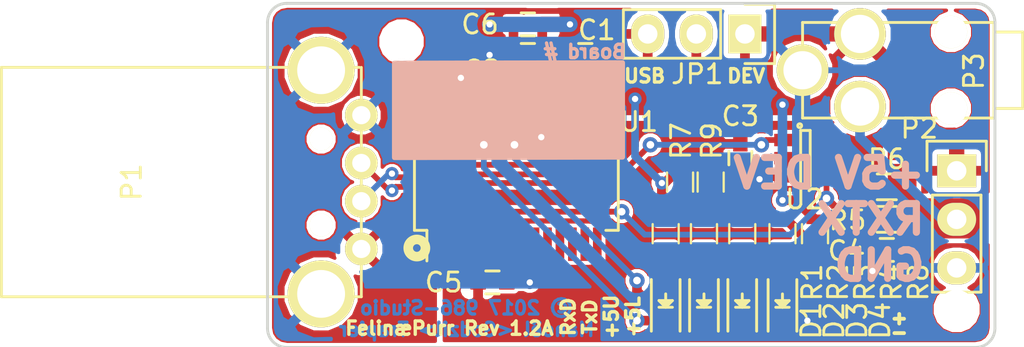
<source format=kicad_pcb>
(kicad_pcb (version 4) (host pcbnew 4.0.2+dfsg1-stable)

  (general
    (links 53)
    (no_connects 0)
    (area 147.924999 79.924999 186.075001 98.075001)
    (thickness 1.6)
    (drawings 24)
    (tracks 203)
    (zones 0)
    (modules 27)
    (nets 34)
  )

  (page A4)
  (layers
    (0 F.Cu signal)
    (31 B.Cu signal hide)
    (34 B.Paste user hide)
    (35 F.Paste user)
    (36 B.SilkS user hide)
    (37 F.SilkS user hide)
    (38 B.Mask user hide)
    (39 F.Mask user hide)
    (44 Edge.Cuts user hide)
  )

  (setup
    (last_trace_width 0.1524)
    (user_trace_width 0.3)
    (user_trace_width 0.4)
    (user_trace_width 0.5)
    (user_trace_width 0.6)
    (user_trace_width 0.7)
    (user_trace_width 0.8)
    (trace_clearance 0.1524)
    (zone_clearance 0.16)
    (zone_45_only no)
    (trace_min 0.1524)
    (segment_width 0.2)
    (edge_width 0.15)
    (via_size 0.6858)
    (via_drill 0.3302)
    (via_min_size 0.6858)
    (via_min_drill 0.3302)
    (uvia_size 0.3)
    (uvia_drill 0.1)
    (uvias_allowed no)
    (uvia_min_size 0)
    (uvia_min_drill 0)
    (pcb_text_width 0.3)
    (pcb_text_size 1.5 1.5)
    (mod_edge_width 0.15)
    (mod_text_size 1 1)
    (mod_text_width 0.15)
    (pad_size 1.75 0.45)
    (pad_drill 0)
    (pad_to_mask_clearance 0)
    (aux_axis_origin 0 0)
    (visible_elements FFFFFF7F)
    (pcbplotparams
      (layerselection 0x010fc_80000001)
      (usegerberextensions true)
      (excludeedgelayer true)
      (linewidth 0.150000)
      (plotframeref false)
      (viasonmask false)
      (mode 1)
      (useauxorigin false)
      (hpglpennumber 1)
      (hpglpenspeed 20)
      (hpglpendiameter 15)
      (hpglpenoverlay 2)
      (psnegative false)
      (psa4output false)
      (plotreference true)
      (plotvalue true)
      (plotinvisibletext false)
      (padsonsilk false)
      (subtractmaskfromsilk true)
      (outputformat 1)
      (mirror false)
      (drillshape 0)
      (scaleselection 1)
      (outputdirectory Gerbers/))
  )

  (net 0 "")
  (net 1 "Net-(C1-Pad1)")
  (net 2 GND)
  (net 3 +5VD)
  (net 4 +5V)
  (net 5 /RXTXout)
  (net 6 "Net-(D1-Pad2)")
  (net 7 "Net-(D1-Pad1)")
  (net 8 "Net-(D2-Pad2)")
  (net 9 "Net-(D2-Pad1)")
  (net 10 "Net-(D3-Pad2)")
  (net 11 +5VL)
  (net 12 "Net-(D4-Pad2)")
  (net 13 /RXTX)
  (net 14 /TxD)
  (net 15 "Net-(U1-Pad2)")
  (net 16 "Net-(U1-Pad3)")
  (net 17 "Net-(U1-Pad6)")
  (net 18 "Net-(U1-Pad8)")
  (net 19 "Net-(U1-Pad9)")
  (net 20 "Net-(U1-Pad10)")
  (net 21 "Net-(U1-Pad11)")
  (net 22 "Net-(U1-Pad12)")
  (net 23 "Net-(U1-Pad13)")
  (net 24 "Net-(U1-Pad14)")
  (net 25 "Net-(U1-Pad19)")
  (net 26 "Net-(U1-Pad24)")
  (net 27 "Net-(U1-Pad27)")
  (net 28 "Net-(U1-Pad28)")
  (net 29 "Net-(R2-Pad1)")
  (net 30 "Net-(R4-Pad1)")
  (net 31 "Net-(R3-Pad1)")
  (net 32 /D+)
  (net 33 /D-)

  (net_class Default "This is the default net class."
    (clearance 0.1524)
    (trace_width 0.1524)
    (via_dia 0.6858)
    (via_drill 0.3302)
    (uvia_dia 0.3)
    (uvia_drill 0.1)
    (add_net /D+)
    (add_net /D-)
    (add_net "Net-(R2-Pad1)")
    (add_net "Net-(R3-Pad1)")
    (add_net "Net-(R4-Pad1)")
  )

  (net_class Normal ""
    (clearance 0.1524)
    (trace_width 0.2)
    (via_dia 0.8)
    (via_drill 0.4)
    (uvia_dia 0.3)
    (uvia_drill 0.1)
    (add_net /RXTX)
    (add_net /RXTXout)
    (add_net /TxD)
    (add_net "Net-(C1-Pad1)")
    (add_net "Net-(D1-Pad1)")
    (add_net "Net-(D1-Pad2)")
    (add_net "Net-(D2-Pad1)")
    (add_net "Net-(D2-Pad2)")
    (add_net "Net-(D3-Pad2)")
    (add_net "Net-(D4-Pad2)")
    (add_net "Net-(U1-Pad10)")
    (add_net "Net-(U1-Pad11)")
    (add_net "Net-(U1-Pad12)")
    (add_net "Net-(U1-Pad13)")
    (add_net "Net-(U1-Pad14)")
    (add_net "Net-(U1-Pad19)")
    (add_net "Net-(U1-Pad2)")
    (add_net "Net-(U1-Pad24)")
    (add_net "Net-(U1-Pad27)")
    (add_net "Net-(U1-Pad28)")
    (add_net "Net-(U1-Pad3)")
    (add_net "Net-(U1-Pad6)")
    (add_net "Net-(U1-Pad8)")
    (add_net "Net-(U1-Pad9)")
  )

  (net_class Power ""
    (clearance 0.1524)
    (trace_width 0.25)
    (via_dia 0.6858)
    (via_drill 0.3302)
    (uvia_dia 0.3)
    (uvia_drill 0.1)
    (add_net +5V)
    (add_net +5VD)
    (add_net +5VL)
    (add_net GND)
  )

  (module Capacitors_SMD:C_0603 (layer F.Cu) (tedit 598C953E) (tstamp 57892645)
    (at 164.6 82.7 180)
    (descr "Capacitor SMD 0603, reflow soldering, AVX (see smccp.pdf)")
    (tags "capacitor 0603")
    (path /5788CDCA)
    (attr smd)
    (fp_text reference C1 (at -0.6 1.3 180) (layer F.SilkS)
      (effects (font (size 1 1) (thickness 0.15)))
    )
    (fp_text value 100n (at 0 1.9 180) (layer F.Fab)
      (effects (font (size 1 1) (thickness 0.15)))
    )
    (fp_line (start -1.45 -0.75) (end 1.45 -0.75) (layer F.CrtYd) (width 0.05))
    (fp_line (start -1.45 0.75) (end 1.45 0.75) (layer F.CrtYd) (width 0.05))
    (fp_line (start -1.45 -0.75) (end -1.45 0.75) (layer F.CrtYd) (width 0.05))
    (fp_line (start 1.45 -0.75) (end 1.45 0.75) (layer F.CrtYd) (width 0.05))
    (fp_line (start -0.35 -0.6) (end 0.35 -0.6) (layer F.SilkS) (width 0.15))
    (fp_line (start 0.35 0.6) (end -0.35 0.6) (layer F.SilkS) (width 0.15))
    (pad 1 smd rect (at -0.75 0 180) (size 0.8 0.75) (layers F.Cu F.Paste F.Mask)
      (net 1 "Net-(C1-Pad1)"))
    (pad 2 smd rect (at 0.75 0 180) (size 0.8 0.75) (layers F.Cu F.Paste F.Mask)
      (net 2 GND))
    (model Capacitors_SMD.3dshapes/C_0603.wrl
      (at (xyz 0 0 0))
      (scale (xyz 1 1 1))
      (rotate (xyz 0 0 0))
    )
  )

  (module Capacitors_SMD:C_0603 (layer F.Cu) (tedit 598C9536) (tstamp 57892651)
    (at 161.6 82.7 180)
    (descr "Capacitor SMD 0603, reflow soldering, AVX (see smccp.pdf)")
    (tags "capacitor 0603")
    (path /5788EC64)
    (attr smd)
    (fp_text reference C2 (at 2.4 -0.8 180) (layer F.SilkS)
      (effects (font (size 1 1) (thickness 0.15)))
    )
    (fp_text value 0.1u (at 0 1.9 180) (layer F.Fab)
      (effects (font (size 1 1) (thickness 0.15)))
    )
    (fp_line (start -1.45 -0.75) (end 1.45 -0.75) (layer F.CrtYd) (width 0.05))
    (fp_line (start -1.45 0.75) (end 1.45 0.75) (layer F.CrtYd) (width 0.05))
    (fp_line (start -1.45 -0.75) (end -1.45 0.75) (layer F.CrtYd) (width 0.05))
    (fp_line (start 1.45 -0.75) (end 1.45 0.75) (layer F.CrtYd) (width 0.05))
    (fp_line (start -0.35 -0.6) (end 0.35 -0.6) (layer F.SilkS) (width 0.15))
    (fp_line (start 0.35 0.6) (end -0.35 0.6) (layer F.SilkS) (width 0.15))
    (pad 1 smd rect (at -0.75 0 180) (size 0.8 0.75) (layers F.Cu F.Paste F.Mask)
      (net 3 +5VD))
    (pad 2 smd rect (at 0.75 0 180) (size 0.8 0.75) (layers F.Cu F.Paste F.Mask)
      (net 2 GND))
    (model Capacitors_SMD.3dshapes/C_0603.wrl
      (at (xyz 0 0 0))
      (scale (xyz 1 1 1))
      (rotate (xyz 0 0 0))
    )
  )

  (module Capacitors_SMD:C_0603 (layer F.Cu) (tedit 598C9513) (tstamp 5789265D)
    (at 172.7 88.1 270)
    (descr "Capacitor SMD 0603, reflow soldering, AVX (see smccp.pdf)")
    (tags "capacitor 0603")
    (path /5788C6C1)
    (attr smd)
    (fp_text reference C3 (at -2.2 0 360) (layer F.SilkS)
      (effects (font (size 1 1) (thickness 0.15)))
    )
    (fp_text value 0.1u (at 0 1.9 270) (layer F.Fab)
      (effects (font (size 1 1) (thickness 0.15)))
    )
    (fp_line (start -1.45 -0.75) (end 1.45 -0.75) (layer F.CrtYd) (width 0.05))
    (fp_line (start -1.45 0.75) (end 1.45 0.75) (layer F.CrtYd) (width 0.05))
    (fp_line (start -1.45 -0.75) (end -1.45 0.75) (layer F.CrtYd) (width 0.05))
    (fp_line (start 1.45 -0.75) (end 1.45 0.75) (layer F.CrtYd) (width 0.05))
    (fp_line (start -0.35 -0.6) (end 0.35 -0.6) (layer F.SilkS) (width 0.15))
    (fp_line (start 0.35 0.6) (end -0.35 0.6) (layer F.SilkS) (width 0.15))
    (pad 1 smd rect (at -0.75 0 270) (size 0.8 0.75) (layers F.Cu F.Paste F.Mask)
      (net 4 +5V))
    (pad 2 smd rect (at 0.75 0 270) (size 0.8 0.75) (layers F.Cu F.Paste F.Mask)
      (net 2 GND))
    (model Capacitors_SMD.3dshapes/C_0603.wrl
      (at (xyz 0 0 0))
      (scale (xyz 1 1 1))
      (rotate (xyz 0 0 0))
    )
  )

  (module Capacitors_SMD:C_0603 (layer F.Cu) (tedit 598C94EB) (tstamp 57892669)
    (at 180.35 92.9 180)
    (descr "Capacitor SMD 0603, reflow soldering, AVX (see smccp.pdf)")
    (tags "capacitor 0603")
    (path /5788FCFD)
    (attr smd)
    (fp_text reference C4 (at 2.1 -0.05 180) (layer F.SilkS)
      (effects (font (size 1 1) (thickness 0.15)))
    )
    (fp_text value 330p (at 0 1.9 180) (layer F.Fab)
      (effects (font (size 1 1) (thickness 0.15)))
    )
    (fp_line (start -1.45 -0.75) (end 1.45 -0.75) (layer F.CrtYd) (width 0.05))
    (fp_line (start -1.45 0.75) (end 1.45 0.75) (layer F.CrtYd) (width 0.05))
    (fp_line (start -1.45 -0.75) (end -1.45 0.75) (layer F.CrtYd) (width 0.05))
    (fp_line (start 1.45 -0.75) (end 1.45 0.75) (layer F.CrtYd) (width 0.05))
    (fp_line (start -0.35 -0.6) (end 0.35 -0.6) (layer F.SilkS) (width 0.15))
    (fp_line (start 0.35 0.6) (end -0.35 0.6) (layer F.SilkS) (width 0.15))
    (pad 1 smd rect (at -0.75 0 180) (size 0.8 0.75) (layers F.Cu F.Paste F.Mask)
      (net 5 /RXTXout) (zone_connect 2))
    (pad 2 smd rect (at 0.75 0 180) (size 0.8 0.75) (layers F.Cu F.Paste F.Mask)
      (net 2 GND))
    (model Capacitors_SMD.3dshapes/C_0603.wrl
      (at (xyz 0 0 0))
      (scale (xyz 1 1 1))
      (rotate (xyz 0 0 0))
    )
  )

  (module LEDs:LED-0805 (layer F.Cu) (tedit 598C9477) (tstamp 5789267C)
    (at 168.8 95.54902 90)
    (descr "LED 0805 smd package")
    (tags "LED 0805 SMD")
    (path /5788D434)
    (attr smd)
    (fp_text reference D1 (at -1.05098 7.6 90) (layer F.SilkS)
      (effects (font (size 1 1) (thickness 0.15)))
    )
    (fp_text value Green (at 0 1.75 90) (layer F.Fab)
      (effects (font (size 1 1) (thickness 0.15)))
    )
    (fp_line (start -1.6 0.75) (end 1.1 0.75) (layer F.SilkS) (width 0.15))
    (fp_line (start -1.6 -0.75) (end 1.1 -0.75) (layer F.SilkS) (width 0.15))
    (fp_line (start -0.1 0.15) (end -0.1 -0.1) (layer F.SilkS) (width 0.15))
    (fp_line (start -0.1 -0.1) (end -0.25 0.05) (layer F.SilkS) (width 0.15))
    (fp_line (start -0.35 -0.35) (end -0.35 0.35) (layer F.SilkS) (width 0.15))
    (fp_line (start 0 0) (end 0.35 0) (layer F.SilkS) (width 0.15))
    (fp_line (start -0.35 0) (end 0 -0.35) (layer F.SilkS) (width 0.15))
    (fp_line (start 0 -0.35) (end 0 0.35) (layer F.SilkS) (width 0.15))
    (fp_line (start 0 0.35) (end -0.35 0) (layer F.SilkS) (width 0.15))
    (fp_line (start 1.9 -0.95) (end 1.9 0.95) (layer F.CrtYd) (width 0.05))
    (fp_line (start 1.9 0.95) (end -1.9 0.95) (layer F.CrtYd) (width 0.05))
    (fp_line (start -1.9 0.95) (end -1.9 -0.95) (layer F.CrtYd) (width 0.05))
    (fp_line (start -1.9 -0.95) (end 1.9 -0.95) (layer F.CrtYd) (width 0.05))
    (pad 2 smd rect (at 1.04902 0 270) (size 1.19888 1.19888) (layers F.Cu F.Paste F.Mask)
      (net 6 "Net-(D1-Pad2)"))
    (pad 1 smd rect (at -1.04902 0 270) (size 1.19888 1.19888) (layers F.Cu F.Paste F.Mask)
      (net 7 "Net-(D1-Pad1)"))
    (model LEDs.3dshapes/LED-0805.wrl
      (at (xyz 0 0 0))
      (scale (xyz 1 1 1))
      (rotate (xyz 0 0 0))
    )
  )

  (module LEDs:LED-0805 (layer F.Cu) (tedit 598C9491) (tstamp 5789268F)
    (at 170.8 95.54902 90)
    (descr "LED 0805 smd package")
    (tags "LED 0805 SMD")
    (path /5788D49B)
    (attr smd)
    (fp_text reference D2 (at -1.05098 6.8 90) (layer F.SilkS)
      (effects (font (size 1 1) (thickness 0.15)))
    )
    (fp_text value Red (at 0 1.75 90) (layer F.Fab)
      (effects (font (size 1 1) (thickness 0.15)))
    )
    (fp_line (start -1.6 0.75) (end 1.1 0.75) (layer F.SilkS) (width 0.15))
    (fp_line (start -1.6 -0.75) (end 1.1 -0.75) (layer F.SilkS) (width 0.15))
    (fp_line (start -0.1 0.15) (end -0.1 -0.1) (layer F.SilkS) (width 0.15))
    (fp_line (start -0.1 -0.1) (end -0.25 0.05) (layer F.SilkS) (width 0.15))
    (fp_line (start -0.35 -0.35) (end -0.35 0.35) (layer F.SilkS) (width 0.15))
    (fp_line (start 0 0) (end 0.35 0) (layer F.SilkS) (width 0.15))
    (fp_line (start -0.35 0) (end 0 -0.35) (layer F.SilkS) (width 0.15))
    (fp_line (start 0 -0.35) (end 0 0.35) (layer F.SilkS) (width 0.15))
    (fp_line (start 0 0.35) (end -0.35 0) (layer F.SilkS) (width 0.15))
    (fp_line (start 1.9 -0.95) (end 1.9 0.95) (layer F.CrtYd) (width 0.05))
    (fp_line (start 1.9 0.95) (end -1.9 0.95) (layer F.CrtYd) (width 0.05))
    (fp_line (start -1.9 0.95) (end -1.9 -0.95) (layer F.CrtYd) (width 0.05))
    (fp_line (start -1.9 -0.95) (end 1.9 -0.95) (layer F.CrtYd) (width 0.05))
    (pad 2 smd rect (at 1.04902 0 270) (size 1.19888 1.19888) (layers F.Cu F.Paste F.Mask)
      (net 8 "Net-(D2-Pad2)"))
    (pad 1 smd rect (at -1.04902 0 270) (size 1.19888 1.19888) (layers F.Cu F.Paste F.Mask)
      (net 9 "Net-(D2-Pad1)"))
    (model LEDs.3dshapes/LED-0805.wrl
      (at (xyz 0 0 0))
      (scale (xyz 1 1 1))
      (rotate (xyz 0 0 0))
    )
  )

  (module LEDs:LED-0805 (layer F.Cu) (tedit 598C948D) (tstamp 578926A2)
    (at 172.8 95.54902 90)
    (descr "LED 0805 smd package")
    (tags "LED 0805 SMD")
    (path /5788DACE)
    (attr smd)
    (fp_text reference D3 (at -1.05098 6 90) (layer F.SilkS)
      (effects (font (size 1 1) (thickness 0.15)))
    )
    (fp_text value Blue (at 0 1.75 90) (layer F.Fab)
      (effects (font (size 1 1) (thickness 0.15)))
    )
    (fp_line (start -1.6 0.75) (end 1.1 0.75) (layer F.SilkS) (width 0.15))
    (fp_line (start -1.6 -0.75) (end 1.1 -0.75) (layer F.SilkS) (width 0.15))
    (fp_line (start -0.1 0.15) (end -0.1 -0.1) (layer F.SilkS) (width 0.15))
    (fp_line (start -0.1 -0.1) (end -0.25 0.05) (layer F.SilkS) (width 0.15))
    (fp_line (start -0.35 -0.35) (end -0.35 0.35) (layer F.SilkS) (width 0.15))
    (fp_line (start 0 0) (end 0.35 0) (layer F.SilkS) (width 0.15))
    (fp_line (start -0.35 0) (end 0 -0.35) (layer F.SilkS) (width 0.15))
    (fp_line (start 0 -0.35) (end 0 0.35) (layer F.SilkS) (width 0.15))
    (fp_line (start 0 0.35) (end -0.35 0) (layer F.SilkS) (width 0.15))
    (fp_line (start 1.9 -0.95) (end 1.9 0.95) (layer F.CrtYd) (width 0.05))
    (fp_line (start 1.9 0.95) (end -1.9 0.95) (layer F.CrtYd) (width 0.05))
    (fp_line (start -1.9 0.95) (end -1.9 -0.95) (layer F.CrtYd) (width 0.05))
    (fp_line (start -1.9 -0.95) (end 1.9 -0.95) (layer F.CrtYd) (width 0.05))
    (pad 2 smd rect (at 1.04902 0 270) (size 1.19888 1.19888) (layers F.Cu F.Paste F.Mask)
      (net 10 "Net-(D3-Pad2)"))
    (pad 1 smd rect (at -1.04902 0 270) (size 1.19888 1.19888) (layers F.Cu F.Paste F.Mask)
      (net 2 GND))
    (model LEDs.3dshapes/LED-0805.wrl
      (at (xyz 0 0 0))
      (scale (xyz 1 1 1))
      (rotate (xyz 0 0 0))
    )
  )

  (module Pin_Headers:Pin_Header_Straight_1x03 (layer F.Cu) (tedit 0) (tstamp 578926B4)
    (at 172.94 81.6 270)
    (descr "Through hole pin header")
    (tags "pin header")
    (path /5788BF7C)
    (fp_text reference JP1 (at 2.1 2.49 360) (layer F.SilkS)
      (effects (font (size 1 1) (thickness 0.15)))
    )
    (fp_text value JUMPER3 (at 0 -3.1 270) (layer F.Fab)
      (effects (font (size 1 1) (thickness 0.15)))
    )
    (fp_line (start -1.75 -1.75) (end -1.75 6.85) (layer F.CrtYd) (width 0.05))
    (fp_line (start 1.75 -1.75) (end 1.75 6.85) (layer F.CrtYd) (width 0.05))
    (fp_line (start -1.75 -1.75) (end 1.75 -1.75) (layer F.CrtYd) (width 0.05))
    (fp_line (start -1.75 6.85) (end 1.75 6.85) (layer F.CrtYd) (width 0.05))
    (fp_line (start -1.27 1.27) (end -1.27 6.35) (layer F.SilkS) (width 0.15))
    (fp_line (start -1.27 6.35) (end 1.27 6.35) (layer F.SilkS) (width 0.15))
    (fp_line (start 1.27 6.35) (end 1.27 1.27) (layer F.SilkS) (width 0.15))
    (fp_line (start 1.55 -1.55) (end 1.55 0) (layer F.SilkS) (width 0.15))
    (fp_line (start 1.27 1.27) (end -1.27 1.27) (layer F.SilkS) (width 0.15))
    (fp_line (start -1.55 0) (end -1.55 -1.55) (layer F.SilkS) (width 0.15))
    (fp_line (start -1.55 -1.55) (end 1.55 -1.55) (layer F.SilkS) (width 0.15))
    (pad 1 thru_hole rect (at 0 0 270) (size 2.032 1.7272) (drill 1.016) (layers *.Cu *.Mask F.SilkS)
      (net 11 +5VL))
    (pad 2 thru_hole oval (at 0 2.54 270) (size 2.032 1.7272) (drill 1.016) (layers *.Cu *.Mask F.SilkS)
      (net 4 +5V))
    (pad 3 thru_hole oval (at 0 5.08 270) (size 2.032 1.7272) (drill 1.016) (layers *.Cu *.Mask F.SilkS)
      (net 3 +5VD))
    (model Pin_Headers.3dshapes/Pin_Header_Straight_1x03.wrl
      (at (xyz 0 -0.1 0))
      (scale (xyz 1 1 1))
      (rotate (xyz 0 0 90))
    )
  )

  (module Resistors_SMD:R_0603 (layer F.Cu) (tedit 598C94F3) (tstamp 57892706)
    (at 180.35 91.3 180)
    (descr "Resistor SMD 0603, reflow soldering, Vishay (see dcrcw.pdf)")
    (tags "resistor 0603")
    (path /5788F6C0)
    (attr smd)
    (fp_text reference R5 (at 2.05 -0.05 180) (layer F.SilkS)
      (effects (font (size 1 1) (thickness 0.15)))
    )
    (fp_text value 100 (at 0 1.9 180) (layer F.Fab)
      (effects (font (size 1 1) (thickness 0.15)))
    )
    (fp_line (start -1.3 -0.8) (end 1.3 -0.8) (layer F.CrtYd) (width 0.05))
    (fp_line (start -1.3 0.8) (end 1.3 0.8) (layer F.CrtYd) (width 0.05))
    (fp_line (start -1.3 -0.8) (end -1.3 0.8) (layer F.CrtYd) (width 0.05))
    (fp_line (start 1.3 -0.8) (end 1.3 0.8) (layer F.CrtYd) (width 0.05))
    (fp_line (start 0.5 0.675) (end -0.5 0.675) (layer F.SilkS) (width 0.15))
    (fp_line (start -0.5 -0.675) (end 0.5 -0.675) (layer F.SilkS) (width 0.15))
    (pad 1 smd rect (at -0.75 0 180) (size 0.5 0.9) (layers F.Cu F.Paste F.Mask)
      (net 5 /RXTXout) (zone_connect 2))
    (pad 2 smd rect (at 0.75 0 180) (size 0.5 0.9) (layers F.Cu F.Paste F.Mask)
      (net 13 /RXTX))
    (model Resistors_SMD.3dshapes/R_0603.wrl
      (at (xyz 0 0 0))
      (scale (xyz 1 1 1))
      (rotate (xyz 0 0 0))
    )
  )

  (module Resistors_SMD:R_0603 (layer F.Cu) (tedit 598C94FA) (tstamp 57892712)
    (at 180.35 89.6)
    (descr "Resistor SMD 0603, reflow soldering, Vishay (see dcrcw.pdf)")
    (tags "resistor 0603")
    (path /5788FB48)
    (attr smd)
    (fp_text reference R6 (at 0 -1.45) (layer F.SilkS)
      (effects (font (size 1 1) (thickness 0.15)))
    )
    (fp_text value 18K (at 0 1.9) (layer F.Fab)
      (effects (font (size 1 1) (thickness 0.15)))
    )
    (fp_line (start -1.3 -0.8) (end 1.3 -0.8) (layer F.CrtYd) (width 0.05))
    (fp_line (start -1.3 0.8) (end 1.3 0.8) (layer F.CrtYd) (width 0.05))
    (fp_line (start -1.3 -0.8) (end -1.3 0.8) (layer F.CrtYd) (width 0.05))
    (fp_line (start 1.3 -0.8) (end 1.3 0.8) (layer F.CrtYd) (width 0.05))
    (fp_line (start 0.5 0.675) (end -0.5 0.675) (layer F.SilkS) (width 0.15))
    (fp_line (start -0.5 -0.675) (end 0.5 -0.675) (layer F.SilkS) (width 0.15))
    (pad 1 smd rect (at -0.75 0) (size 0.5 0.9) (layers F.Cu F.Paste F.Mask)
      (net 4 +5V))
    (pad 2 smd rect (at 0.75 0) (size 0.5 0.9) (layers F.Cu F.Paste F.Mask)
      (net 5 /RXTXout) (zone_connect 2))
    (model Resistors_SMD.3dshapes/R_0603.wrl
      (at (xyz 0 0 0))
      (scale (xyz 1 1 1))
      (rotate (xyz 0 0 0))
    )
  )

  (module Housings_SSOP:SSOP-28_5.3x10.2mm_Pitch0.65mm (layer F.Cu) (tedit 598C95C3) (tstamp 5789273D)
    (at 161 89 90)
    (descr "28-Lead Plastic Shrink Small Outline (SS)-5.30 mm Body [SSOP] (see Microchip Packaging Specification 00000049BS.pdf)")
    (tags "SSOP 0.65")
    (path /5788C982)
    (attr smd)
    (fp_text reference U1 (at 2.8 6.4 180) (layer F.SilkS)
      (effects (font (size 1 1) (thickness 0.15)))
    )
    (fp_text value FT232RL (at 0 6.25 90) (layer F.Fab)
      (effects (font (size 1 1) (thickness 0.15)))
    )
    (fp_line (start -4.75 -5.5) (end -4.75 5.5) (layer F.CrtYd) (width 0.05))
    (fp_line (start 4.75 -5.5) (end 4.75 5.5) (layer F.CrtYd) (width 0.05))
    (fp_line (start -4.75 -5.5) (end 4.75 -5.5) (layer F.CrtYd) (width 0.05))
    (fp_line (start -4.75 5.5) (end 4.75 5.5) (layer F.CrtYd) (width 0.05))
    (fp_line (start -2.875 -5.325) (end -2.875 -4.675) (layer F.SilkS) (width 0.15))
    (fp_line (start 2.875 -5.325) (end 2.875 -4.675) (layer F.SilkS) (width 0.15))
    (fp_line (start 2.875 5.325) (end 2.875 4.675) (layer F.SilkS) (width 0.15))
    (fp_line (start -2.875 5.325) (end -2.875 4.675) (layer F.SilkS) (width 0.15))
    (fp_line (start -2.875 -5.325) (end 2.875 -5.325) (layer F.SilkS) (width 0.15))
    (fp_line (start -2.875 5.325) (end 2.875 5.325) (layer F.SilkS) (width 0.15))
    (fp_line (start -2.875 -4.675) (end -4.475 -4.675) (layer F.SilkS) (width 0.15))
    (pad 1 smd rect (at -3.6 -4.225 90) (size 1.75 0.45) (layers F.Cu F.Paste F.Mask)
      (net 14 /TxD))
    (pad 2 smd rect (at -3.6 -3.575 90) (size 1.75 0.45) (layers F.Cu F.Paste F.Mask)
      (net 15 "Net-(U1-Pad2)"))
    (pad 3 smd rect (at -3.6 -2.925 90) (size 1.75 0.45) (layers F.Cu F.Paste F.Mask)
      (net 16 "Net-(U1-Pad3)"))
    (pad 4 smd rect (at -3.6 -2.275 90) (size 1.75 0.45) (layers F.Cu F.Paste F.Mask)
      (net 4 +5V))
    (pad 5 smd rect (at -3.6 -1.625 90) (size 1.75 0.45) (layers F.Cu F.Paste F.Mask)
      (net 13 /RXTX))
    (pad 6 smd rect (at -3.6 -0.975 90) (size 1.75 0.45) (layers F.Cu F.Paste F.Mask)
      (net 17 "Net-(U1-Pad6)"))
    (pad 7 smd rect (at -3.6 -0.325 90) (size 1.75 0.45) (layers F.Cu F.Paste F.Mask)
      (net 2 GND))
    (pad 8 smd rect (at -3.6 0.325 90) (size 1.75 0.45) (layers F.Cu F.Paste F.Mask)
      (net 18 "Net-(U1-Pad8)"))
    (pad 9 smd rect (at -3.6 0.975 90) (size 1.75 0.45) (layers F.Cu F.Paste F.Mask)
      (net 19 "Net-(U1-Pad9)"))
    (pad 10 smd rect (at -3.6 1.625 90) (size 1.75 0.45) (layers F.Cu F.Paste F.Mask)
      (net 20 "Net-(U1-Pad10)"))
    (pad 11 smd rect (at -3.6 2.275 90) (size 1.75 0.45) (layers F.Cu F.Paste F.Mask)
      (net 21 "Net-(U1-Pad11)"))
    (pad 12 smd rect (at -3.6 2.925 90) (size 1.75 0.45) (layers F.Cu F.Paste F.Mask)
      (net 22 "Net-(U1-Pad12)"))
    (pad 13 smd rect (at -3.6 3.575 90) (size 1.75 0.45) (layers F.Cu F.Paste F.Mask)
      (net 23 "Net-(U1-Pad13)"))
    (pad 14 smd rect (at -3.6 4.225 90) (size 1.75 0.45) (layers F.Cu F.Paste F.Mask)
      (net 24 "Net-(U1-Pad14)"))
    (pad 15 smd rect (at 3.6 4.225 90) (size 1.75 0.45) (layers F.Cu F.Paste F.Mask)
      (net 32 /D+))
    (pad 16 smd rect (at 3.6 3.575 90) (size 1.75 0.45) (layers F.Cu F.Paste F.Mask)
      (net 33 /D-))
    (pad 17 smd rect (at 3.6 2.925 90) (size 1.75 0.45) (layers F.Cu F.Paste F.Mask)
      (net 1 "Net-(C1-Pad1)"))
    (pad 18 smd rect (at 3.6 2.275 90) (size 1.75 0.45) (layers F.Cu F.Paste F.Mask)
      (net 2 GND))
    (pad 19 smd rect (at 3.6 1.625 90) (size 1.75 0.45) (layers F.Cu F.Paste F.Mask)
      (net 25 "Net-(U1-Pad19)"))
    (pad 20 smd rect (at 3.6 0.975 90) (size 1.75 0.45) (layers F.Cu F.Paste F.Mask)
      (net 3 +5VD))
    (pad 21 smd rect (at 3.6 0.325 90) (size 1.75 0.45) (layers F.Cu F.Paste F.Mask)
      (net 2 GND))
    (pad 22 smd rect (at 3.6 -0.325 90) (size 1.75 0.45) (layers F.Cu F.Paste F.Mask)
      (net 9 "Net-(D2-Pad1)"))
    (pad 23 smd rect (at 3.6 -0.975 90) (size 1.75 0.45) (layers F.Cu F.Paste F.Mask)
      (net 7 "Net-(D1-Pad1)"))
    (pad 24 smd rect (at 3.6 -1.625 90) (size 1.75 0.45) (layers F.Cu F.Paste F.Mask)
      (net 26 "Net-(U1-Pad24)"))
    (pad 25 smd rect (at 3.6 -2.275 90) (size 1.75 0.45) (layers F.Cu F.Paste F.Mask)
      (net 2 GND))
    (pad 26 smd rect (at 3.6 -2.925 90) (size 1.75 0.45) (layers F.Cu F.Paste F.Mask)
      (net 2 GND))
    (pad 27 smd rect (at 3.6 -3.575 90) (size 1.75 0.45) (layers F.Cu F.Paste F.Mask)
      (net 27 "Net-(U1-Pad27)"))
    (pad 28 smd rect (at 3.6 -4.225 90) (size 1.75 0.45) (layers F.Cu F.Paste F.Mask)
      (net 28 "Net-(U1-Pad28)"))
    (model Housings_SSOP.3dshapes/SSOP-28_5.3x10.2mm_Pitch0.65mm.wrl
      (at (xyz 0 0 0))
      (scale (xyz 1 1 1))
      (rotate (xyz 0 0 0))
    )
  )

  (module TO_SOT_Packages_SMD:SOT-23-5 (layer F.Cu) (tedit 598C9517) (tstamp 5789274F)
    (at 176.1 88.1)
    (descr "5-pin SOT23 package")
    (tags SOT-23-5)
    (path /58FCCB54)
    (attr smd)
    (fp_text reference U2 (at -0.05 2.15) (layer F.SilkS)
      (effects (font (size 1 1) (thickness 0.15)))
    )
    (fp_text value SN74LVC1G125-Q1 (at -0.05 2.35) (layer F.Fab)
      (effects (font (size 1 1) (thickness 0.15)))
    )
    (fp_line (start -1.8 -1.6) (end 1.8 -1.6) (layer F.CrtYd) (width 0.05))
    (fp_line (start 1.8 -1.6) (end 1.8 1.6) (layer F.CrtYd) (width 0.05))
    (fp_line (start 1.8 1.6) (end -1.8 1.6) (layer F.CrtYd) (width 0.05))
    (fp_line (start -1.8 1.6) (end -1.8 -1.6) (layer F.CrtYd) (width 0.05))
    (fp_circle (center -0.3 -1.7) (end -0.2 -1.7) (layer F.SilkS) (width 0.15))
    (fp_line (start 0.25 -1.45) (end -0.25 -1.45) (layer F.SilkS) (width 0.15))
    (fp_line (start 0.25 1.45) (end 0.25 -1.45) (layer F.SilkS) (width 0.15))
    (fp_line (start -0.25 1.45) (end 0.25 1.45) (layer F.SilkS) (width 0.15))
    (fp_line (start -0.25 -1.45) (end -0.25 1.45) (layer F.SilkS) (width 0.15))
    (pad 1 smd rect (at -1.1 -0.95) (size 1.06 0.65) (layers F.Cu F.Paste F.Mask)
      (net 14 /TxD))
    (pad 2 smd rect (at -1.1 0) (size 1.06 0.65) (layers F.Cu F.Paste F.Mask)
      (net 2 GND))
    (pad 3 smd rect (at -1.1 0.95) (size 1.06 0.65) (layers F.Cu F.Paste F.Mask)
      (net 2 GND))
    (pad 4 smd rect (at 1.1 0.95) (size 1.06 0.65) (layers F.Cu F.Paste F.Mask)
      (net 13 /RXTX))
    (pad 5 smd rect (at 1.1 -0.95) (size 1.06 0.65) (layers F.Cu F.Paste F.Mask)
      (net 4 +5V))
    (model TO_SOT_Packages_SMD.3dshapes/SOT-23-5.wrl
      (at (xyz 0 0 0))
      (scale (xyz 1 1 1))
      (rotate (xyz 0 0 0))
    )
  )

  (module Pin_Headers:Pin_Header_Straight_1x03 (layer F.Cu) (tedit 5788E3B7) (tstamp 578A0167)
    (at 184 88.76)
    (descr "Through hole pin header")
    (tags "pin header")
    (path /5788BF2B)
    (fp_text reference P2 (at -1.95 -2.21) (layer F.SilkS)
      (effects (font (size 1 1) (thickness 0.15)))
    )
    (fp_text value PCB (at 0 -3.1) (layer F.Fab)
      (effects (font (size 1 1) (thickness 0.15)))
    )
    (fp_line (start -1.75 -1.75) (end -1.75 6.85) (layer F.CrtYd) (width 0.05))
    (fp_line (start 1.75 -1.75) (end 1.75 6.85) (layer F.CrtYd) (width 0.05))
    (fp_line (start -1.75 -1.75) (end 1.75 -1.75) (layer F.CrtYd) (width 0.05))
    (fp_line (start -1.75 6.85) (end 1.75 6.85) (layer F.CrtYd) (width 0.05))
    (fp_line (start -1.27 1.27) (end -1.27 6.35) (layer F.SilkS) (width 0.15))
    (fp_line (start -1.27 6.35) (end 1.27 6.35) (layer F.SilkS) (width 0.15))
    (fp_line (start 1.27 6.35) (end 1.27 1.27) (layer F.SilkS) (width 0.15))
    (fp_line (start 1.55 -1.55) (end 1.55 0) (layer F.SilkS) (width 0.15))
    (fp_line (start 1.27 1.27) (end -1.27 1.27) (layer F.SilkS) (width 0.15))
    (fp_line (start -1.55 0) (end -1.55 -1.55) (layer F.SilkS) (width 0.15))
    (fp_line (start -1.55 -1.55) (end 1.55 -1.55) (layer F.SilkS) (width 0.15))
    (pad 1 thru_hole rect (at 0 0) (size 2.032 1.7272) (drill 1.016) (layers *.Cu *.Mask F.SilkS)
      (net 11 +5VL))
    (pad 2 thru_hole oval (at 0 2.54) (size 2.032 1.7272) (drill 1.016) (layers *.Cu *.Mask F.SilkS)
      (net 5 /RXTXout) (zone_connect 2))
    (pad 3 thru_hole oval (at 0 5.08) (size 2.032 1.7272) (drill 1.016) (layers *.Cu *.Mask F.SilkS)
      (net 2 GND))
    (model Pin_Headers.3dshapes/Pin_Header_Straight_1x03.wrl
      (at (xyz 0 -0.1 0))
      (scale (xyz 1 1 1))
      (rotate (xyz 0 0 90))
    )
  )

  (module LEDs:LED-0805 (layer F.Cu) (tedit 598C9488) (tstamp 578A0208)
    (at 174.9 95.55098 90)
    (descr "LED 0805 smd package")
    (tags "LED 0805 SMD")
    (path /5788DBDE)
    (attr smd)
    (fp_text reference D4 (at -1.04902 5.1 90) (layer F.SilkS)
      (effects (font (size 1 1) (thickness 0.15)))
    )
    (fp_text value Yellow (at 0 1.75 90) (layer F.Fab)
      (effects (font (size 1 1) (thickness 0.15)))
    )
    (fp_line (start -1.6 0.75) (end 1.1 0.75) (layer F.SilkS) (width 0.15))
    (fp_line (start -1.6 -0.75) (end 1.1 -0.75) (layer F.SilkS) (width 0.15))
    (fp_line (start -0.1 0.15) (end -0.1 -0.1) (layer F.SilkS) (width 0.15))
    (fp_line (start -0.1 -0.1) (end -0.25 0.05) (layer F.SilkS) (width 0.15))
    (fp_line (start -0.35 -0.35) (end -0.35 0.35) (layer F.SilkS) (width 0.15))
    (fp_line (start 0 0) (end 0.35 0) (layer F.SilkS) (width 0.15))
    (fp_line (start -0.35 0) (end 0 -0.35) (layer F.SilkS) (width 0.15))
    (fp_line (start 0 -0.35) (end 0 0.35) (layer F.SilkS) (width 0.15))
    (fp_line (start 0 0.35) (end -0.35 0) (layer F.SilkS) (width 0.15))
    (fp_line (start 1.9 -0.95) (end 1.9 0.95) (layer F.CrtYd) (width 0.05))
    (fp_line (start 1.9 0.95) (end -1.9 0.95) (layer F.CrtYd) (width 0.05))
    (fp_line (start -1.9 0.95) (end -1.9 -0.95) (layer F.CrtYd) (width 0.05))
    (fp_line (start -1.9 -0.95) (end 1.9 -0.95) (layer F.CrtYd) (width 0.05))
    (pad 2 smd rect (at 1.04902 0 270) (size 1.19888 1.19888) (layers F.Cu F.Paste F.Mask)
      (net 12 "Net-(D4-Pad2)"))
    (pad 1 smd rect (at -1.04902 0 270) (size 1.19888 1.19888) (layers F.Cu F.Paste F.Mask)
      (net 2 GND))
    (model LEDs.3dshapes/LED-0805.wrl
      (at (xyz 0 0 0))
      (scale (xyz 1 1 1))
      (rotate (xyz 0 0 0))
    )
  )

  (module Capacitors_SMD:C_0603 (layer F.Cu) (tedit 598C94D6) (tstamp 57890D30)
    (at 159.75 94.6)
    (descr "Capacitor SMD 0603, reflow soldering, AVX (see smccp.pdf)")
    (tags "capacitor 0603")
    (path /5789190D)
    (attr smd)
    (fp_text reference C5 (at -2.55 0) (layer F.SilkS)
      (effects (font (size 1 1) (thickness 0.15)))
    )
    (fp_text value 100n (at 0 1.9) (layer F.Fab)
      (effects (font (size 1 1) (thickness 0.15)))
    )
    (fp_line (start -1.45 -0.75) (end 1.45 -0.75) (layer F.CrtYd) (width 0.05))
    (fp_line (start -1.45 0.75) (end 1.45 0.75) (layer F.CrtYd) (width 0.05))
    (fp_line (start -1.45 -0.75) (end -1.45 0.75) (layer F.CrtYd) (width 0.05))
    (fp_line (start 1.45 -0.75) (end 1.45 0.75) (layer F.CrtYd) (width 0.05))
    (fp_line (start -0.35 -0.6) (end 0.35 -0.6) (layer F.SilkS) (width 0.15))
    (fp_line (start 0.35 0.6) (end -0.35 0.6) (layer F.SilkS) (width 0.15))
    (pad 1 smd rect (at -0.75 0) (size 0.8 0.75) (layers F.Cu F.Paste F.Mask)
      (net 4 +5V))
    (pad 2 smd rect (at 0.75 0) (size 0.8 0.75) (layers F.Cu F.Paste F.Mask)
      (net 2 GND))
    (model Capacitors_SMD.3dshapes/C_0603.wrl
      (at (xyz 0 0 0))
      (scale (xyz 1 1 1))
      (rotate (xyz 0 0 0))
    )
  )

  (module Capacitors_SMD:C_0603 (layer F.Cu) (tedit 598C9534) (tstamp 57890D52)
    (at 161.6 81.1 180)
    (descr "Capacitor SMD 0603, reflow soldering, AVX (see smccp.pdf)")
    (tags "capacitor 0603")
    (path /57890719)
    (attr smd)
    (fp_text reference C6 (at 2.5 0 180) (layer F.SilkS)
      (effects (font (size 1 1) (thickness 0.15)))
    )
    (fp_text value 4.7u (at 0 1.9 180) (layer F.Fab)
      (effects (font (size 1 1) (thickness 0.15)))
    )
    (fp_line (start -1.45 -0.75) (end 1.45 -0.75) (layer F.CrtYd) (width 0.05))
    (fp_line (start -1.45 0.75) (end 1.45 0.75) (layer F.CrtYd) (width 0.05))
    (fp_line (start -1.45 -0.75) (end -1.45 0.75) (layer F.CrtYd) (width 0.05))
    (fp_line (start 1.45 -0.75) (end 1.45 0.75) (layer F.CrtYd) (width 0.05))
    (fp_line (start -0.35 -0.6) (end 0.35 -0.6) (layer F.SilkS) (width 0.15))
    (fp_line (start 0.35 0.6) (end -0.35 0.6) (layer F.SilkS) (width 0.15))
    (pad 1 smd rect (at -0.75 0 180) (size 0.8 0.75) (layers F.Cu F.Paste F.Mask)
      (net 3 +5VD))
    (pad 2 smd rect (at 0.75 0 180) (size 0.8 0.75) (layers F.Cu F.Paste F.Mask)
      (net 2 GND))
    (model Capacitors_SMD.3dshapes/C_0603.wrl
      (at (xyz 0 0 0))
      (scale (xyz 1 1 1))
      (rotate (xyz 0 0 0))
    )
  )

  (module Resistors_SMD:R_0603 (layer F.Cu) (tedit 598C9523) (tstamp 58FCCEE5)
    (at 171.15 89.35 270)
    (descr "Resistor SMD 0603, reflow soldering, Vishay (see dcrcw.pdf)")
    (tags "resistor 0603")
    (path /58FCD045)
    (attr smd)
    (fp_text reference R9 (at -2.15 -0.05 270) (layer F.SilkS)
      (effects (font (size 1 1) (thickness 0.15)))
    )
    (fp_text value 100 (at 0 1.5 270) (layer F.Fab)
      (effects (font (size 1 1) (thickness 0.15)))
    )
    (fp_text user %R (at 0 0 270) (layer F.Fab)
      (effects (font (size 0.5 0.5) (thickness 0.075)))
    )
    (fp_line (start -0.8 0.4) (end -0.8 -0.4) (layer F.Fab) (width 0.1))
    (fp_line (start 0.8 0.4) (end -0.8 0.4) (layer F.Fab) (width 0.1))
    (fp_line (start 0.8 -0.4) (end 0.8 0.4) (layer F.Fab) (width 0.1))
    (fp_line (start -0.8 -0.4) (end 0.8 -0.4) (layer F.Fab) (width 0.1))
    (fp_line (start 0.5 0.68) (end -0.5 0.68) (layer F.SilkS) (width 0.12))
    (fp_line (start -0.5 -0.68) (end 0.5 -0.68) (layer F.SilkS) (width 0.12))
    (fp_line (start -1.25 -0.7) (end 1.25 -0.7) (layer F.CrtYd) (width 0.05))
    (fp_line (start -1.25 -0.7) (end -1.25 0.7) (layer F.CrtYd) (width 0.05))
    (fp_line (start 1.25 0.7) (end 1.25 -0.7) (layer F.CrtYd) (width 0.05))
    (fp_line (start 1.25 0.7) (end -1.25 0.7) (layer F.CrtYd) (width 0.05))
    (pad 1 smd rect (at -0.75 0 270) (size 0.5 0.9) (layers F.Cu F.Paste F.Mask)
      (net 3 +5VD))
    (pad 2 smd rect (at 0.75 0 270) (size 0.5 0.9) (layers F.Cu F.Paste F.Mask)
      (net 31 "Net-(R3-Pad1)"))
    (model ${KISYS3DMOD}/Resistors_SMD.3dshapes/R_0603.wrl
      (at (xyz 0 0 0))
      (scale (xyz 1 1 1))
      (rotate (xyz 0 0 0))
    )
  )

  (module Resistors_SMD:R_0603 (layer F.Cu) (tedit 598C951D) (tstamp 57895473)
    (at 169.55 89.35 270)
    (descr "Resistor SMD 0603, reflow soldering, Vishay (see dcrcw.pdf)")
    (tags "resistor 0603")
    (path /578954EA)
    (attr smd)
    (fp_text reference R7 (at -2.15 -0.05 270) (layer F.SilkS)
      (effects (font (size 1 1) (thickness 0.15)))
    )
    (fp_text value 100 (at 0 1.5 270) (layer F.Fab)
      (effects (font (size 1 1) (thickness 0.15)))
    )
    (fp_text user %R (at 0 0 270) (layer F.Fab)
      (effects (font (size 0.5 0.5) (thickness 0.075)))
    )
    (fp_line (start -0.8 0.4) (end -0.8 -0.4) (layer F.Fab) (width 0.1))
    (fp_line (start 0.8 0.4) (end -0.8 0.4) (layer F.Fab) (width 0.1))
    (fp_line (start 0.8 -0.4) (end 0.8 0.4) (layer F.Fab) (width 0.1))
    (fp_line (start -0.8 -0.4) (end 0.8 -0.4) (layer F.Fab) (width 0.1))
    (fp_line (start 0.5 0.68) (end -0.5 0.68) (layer F.SilkS) (width 0.12))
    (fp_line (start -0.5 -0.68) (end 0.5 -0.68) (layer F.SilkS) (width 0.12))
    (fp_line (start -1.25 -0.7) (end 1.25 -0.7) (layer F.CrtYd) (width 0.05))
    (fp_line (start -1.25 -0.7) (end -1.25 0.7) (layer F.CrtYd) (width 0.05))
    (fp_line (start 1.25 0.7) (end 1.25 -0.7) (layer F.CrtYd) (width 0.05))
    (fp_line (start 1.25 0.7) (end -1.25 0.7) (layer F.CrtYd) (width 0.05))
    (pad 1 smd rect (at -0.75 0 270) (size 0.5 0.9) (layers F.Cu F.Paste F.Mask)
      (net 3 +5VD))
    (pad 2 smd rect (at 0.75 0 270) (size 0.5 0.9) (layers F.Cu F.Paste F.Mask)
      (net 29 "Net-(R2-Pad1)"))
    (model ${KISYS3DMOD}/Resistors_SMD.3dshapes/R_0603.wrl
      (at (xyz 0 0 0))
      (scale (xyz 1 1 1))
      (rotate (xyz 0 0 0))
    )
  )

  (module Resistors_SMD:R_0603 (layer F.Cu) (tedit 598C949B) (tstamp 578926D6)
    (at 168.8 92.05 270)
    (descr "Resistor SMD 0603, reflow soldering, Vishay (see dcrcw.pdf)")
    (tags "resistor 0603")
    (path /5788D4FB)
    (attr smd)
    (fp_text reference R1 (at 2.55 -7.65 270) (layer F.SilkS)
      (effects (font (size 1 1) (thickness 0.15)))
    )
    (fp_text value 100 (at 0 1.5 270) (layer F.Fab)
      (effects (font (size 1 1) (thickness 0.15)))
    )
    (fp_text user %R (at 0 0 270) (layer F.Fab)
      (effects (font (size 0.5 0.5) (thickness 0.075)))
    )
    (fp_line (start -0.8 0.4) (end -0.8 -0.4) (layer F.Fab) (width 0.1))
    (fp_line (start 0.8 0.4) (end -0.8 0.4) (layer F.Fab) (width 0.1))
    (fp_line (start 0.8 -0.4) (end 0.8 0.4) (layer F.Fab) (width 0.1))
    (fp_line (start -0.8 -0.4) (end 0.8 -0.4) (layer F.Fab) (width 0.1))
    (fp_line (start 0.5 0.68) (end -0.5 0.68) (layer F.SilkS) (width 0.12))
    (fp_line (start -0.5 -0.68) (end 0.5 -0.68) (layer F.SilkS) (width 0.12))
    (fp_line (start -1.25 -0.7) (end 1.25 -0.7) (layer F.CrtYd) (width 0.05))
    (fp_line (start -1.25 -0.7) (end -1.25 0.7) (layer F.CrtYd) (width 0.05))
    (fp_line (start 1.25 0.7) (end 1.25 -0.7) (layer F.CrtYd) (width 0.05))
    (fp_line (start 1.25 0.7) (end -1.25 0.7) (layer F.CrtYd) (width 0.05))
    (pad 1 smd rect (at -0.75 0 270) (size 0.5 0.9) (layers F.Cu F.Paste F.Mask)
      (net 3 +5VD))
    (pad 2 smd rect (at 0.75 0 270) (size 0.5 0.9) (layers F.Cu F.Paste F.Mask)
      (net 6 "Net-(D1-Pad2)"))
    (model ${KISYS3DMOD}/Resistors_SMD.3dshapes/R_0603.wrl
      (at (xyz 0 0 0))
      (scale (xyz 1 1 1))
      (rotate (xyz 0 0 0))
    )
  )

  (module Resistors_SMD:R_0603 (layer F.Cu) (tedit 598C94AB) (tstamp 578926E2)
    (at 170.8 92.05 270)
    (descr "Resistor SMD 0603, reflow soldering, Vishay (see dcrcw.pdf)")
    (tags "resistor 0603")
    (path /5788D537)
    (attr smd)
    (fp_text reference R2 (at 2.55 -7 270) (layer F.SilkS)
      (effects (font (size 1 1) (thickness 0.15)))
    )
    (fp_text value 100 (at 0 1.5 270) (layer F.Fab)
      (effects (font (size 1 1) (thickness 0.15)))
    )
    (fp_text user %R (at 0 0 270) (layer F.Fab)
      (effects (font (size 0.5 0.5) (thickness 0.075)))
    )
    (fp_line (start -0.8 0.4) (end -0.8 -0.4) (layer F.Fab) (width 0.1))
    (fp_line (start 0.8 0.4) (end -0.8 0.4) (layer F.Fab) (width 0.1))
    (fp_line (start 0.8 -0.4) (end 0.8 0.4) (layer F.Fab) (width 0.1))
    (fp_line (start -0.8 -0.4) (end 0.8 -0.4) (layer F.Fab) (width 0.1))
    (fp_line (start 0.5 0.68) (end -0.5 0.68) (layer F.SilkS) (width 0.12))
    (fp_line (start -0.5 -0.68) (end 0.5 -0.68) (layer F.SilkS) (width 0.12))
    (fp_line (start -1.25 -0.7) (end 1.25 -0.7) (layer F.CrtYd) (width 0.05))
    (fp_line (start -1.25 -0.7) (end -1.25 0.7) (layer F.CrtYd) (width 0.05))
    (fp_line (start 1.25 0.7) (end 1.25 -0.7) (layer F.CrtYd) (width 0.05))
    (fp_line (start 1.25 0.7) (end -1.25 0.7) (layer F.CrtYd) (width 0.05))
    (pad 1 smd rect (at -0.75 0 270) (size 0.5 0.9) (layers F.Cu F.Paste F.Mask)
      (net 29 "Net-(R2-Pad1)"))
    (pad 2 smd rect (at 0.75 0 270) (size 0.5 0.9) (layers F.Cu F.Paste F.Mask)
      (net 8 "Net-(D2-Pad2)"))
    (model ${KISYS3DMOD}/Resistors_SMD.3dshapes/R_0603.wrl
      (at (xyz 0 0 0))
      (scale (xyz 1 1 1))
      (rotate (xyz 0 0 0))
    )
  )

  (module Resistors_SMD:R_0603 (layer F.Cu) (tedit 598C94B0) (tstamp 578926EE)
    (at 172.8 92.05 270)
    (descr "Resistor SMD 0603, reflow soldering, Vishay (see dcrcw.pdf)")
    (tags "resistor 0603")
    (path /5788D965)
    (attr smd)
    (fp_text reference R3 (at 2.55 -6.4 270) (layer F.SilkS)
      (effects (font (size 1 1) (thickness 0.15)))
    )
    (fp_text value 100 (at 0 1.5 270) (layer F.Fab)
      (effects (font (size 1 1) (thickness 0.15)))
    )
    (fp_text user %R (at 0 0 270) (layer F.Fab)
      (effects (font (size 0.5 0.5) (thickness 0.075)))
    )
    (fp_line (start -0.8 0.4) (end -0.8 -0.4) (layer F.Fab) (width 0.1))
    (fp_line (start 0.8 0.4) (end -0.8 0.4) (layer F.Fab) (width 0.1))
    (fp_line (start 0.8 -0.4) (end 0.8 0.4) (layer F.Fab) (width 0.1))
    (fp_line (start -0.8 -0.4) (end 0.8 -0.4) (layer F.Fab) (width 0.1))
    (fp_line (start 0.5 0.68) (end -0.5 0.68) (layer F.SilkS) (width 0.12))
    (fp_line (start -0.5 -0.68) (end 0.5 -0.68) (layer F.SilkS) (width 0.12))
    (fp_line (start -1.25 -0.7) (end 1.25 -0.7) (layer F.CrtYd) (width 0.05))
    (fp_line (start -1.25 -0.7) (end -1.25 0.7) (layer F.CrtYd) (width 0.05))
    (fp_line (start 1.25 0.7) (end 1.25 -0.7) (layer F.CrtYd) (width 0.05))
    (fp_line (start 1.25 0.7) (end -1.25 0.7) (layer F.CrtYd) (width 0.05))
    (pad 1 smd rect (at -0.75 0 270) (size 0.5 0.9) (layers F.Cu F.Paste F.Mask)
      (net 31 "Net-(R3-Pad1)"))
    (pad 2 smd rect (at 0.75 0 270) (size 0.5 0.9) (layers F.Cu F.Paste F.Mask)
      (net 10 "Net-(D3-Pad2)"))
    (model ${KISYS3DMOD}/Resistors_SMD.3dshapes/R_0603.wrl
      (at (xyz 0 0 0))
      (scale (xyz 1 1 1))
      (rotate (xyz 0 0 0))
    )
  )

  (module Resistors_SMD:R_0603 (layer F.Cu) (tedit 598C94B9) (tstamp 578926FA)
    (at 174.9 92.05 270)
    (descr "Resistor SMD 0603, reflow soldering, Vishay (see dcrcw.pdf)")
    (tags "resistor 0603")
    (path /5788D9AA)
    (attr smd)
    (fp_text reference R4 (at 2.55 -5.7 270) (layer F.SilkS)
      (effects (font (size 1 1) (thickness 0.15)))
    )
    (fp_text value 100 (at 0 1.5 270) (layer F.Fab)
      (effects (font (size 1 1) (thickness 0.15)))
    )
    (fp_text user %R (at 0 0 270) (layer F.Fab)
      (effects (font (size 0.5 0.5) (thickness 0.075)))
    )
    (fp_line (start -0.8 0.4) (end -0.8 -0.4) (layer F.Fab) (width 0.1))
    (fp_line (start 0.8 0.4) (end -0.8 0.4) (layer F.Fab) (width 0.1))
    (fp_line (start 0.8 -0.4) (end 0.8 0.4) (layer F.Fab) (width 0.1))
    (fp_line (start -0.8 -0.4) (end 0.8 -0.4) (layer F.Fab) (width 0.1))
    (fp_line (start 0.5 0.68) (end -0.5 0.68) (layer F.SilkS) (width 0.12))
    (fp_line (start -0.5 -0.68) (end 0.5 -0.68) (layer F.SilkS) (width 0.12))
    (fp_line (start -1.25 -0.7) (end 1.25 -0.7) (layer F.CrtYd) (width 0.05))
    (fp_line (start -1.25 -0.7) (end -1.25 0.7) (layer F.CrtYd) (width 0.05))
    (fp_line (start 1.25 0.7) (end 1.25 -0.7) (layer F.CrtYd) (width 0.05))
    (fp_line (start 1.25 0.7) (end -1.25 0.7) (layer F.CrtYd) (width 0.05))
    (pad 1 smd rect (at -0.75 0 270) (size 0.5 0.9) (layers F.Cu F.Paste F.Mask)
      (net 30 "Net-(R4-Pad1)"))
    (pad 2 smd rect (at 0.75 0 270) (size 0.5 0.9) (layers F.Cu F.Paste F.Mask)
      (net 12 "Net-(D4-Pad2)"))
    (model ${KISYS3DMOD}/Resistors_SMD.3dshapes/R_0603.wrl
      (at (xyz 0 0 0))
      (scale (xyz 1 1 1))
      (rotate (xyz 0 0 0))
    )
  )

  (module Resistors_SMD:R_0603 (layer F.Cu) (tedit 598C94BE) (tstamp 57895495)
    (at 176.6 92.05 270)
    (descr "Resistor SMD 0603, reflow soldering, Vishay (see dcrcw.pdf)")
    (tags "resistor 0603")
    (path /578956B8)
    (attr smd)
    (fp_text reference R8 (at 2.55 -5.4 270) (layer F.SilkS)
      (effects (font (size 1 1) (thickness 0.15)))
    )
    (fp_text value 100 (at 0 1.5 270) (layer F.Fab)
      (effects (font (size 1 1) (thickness 0.15)))
    )
    (fp_text user %R (at 0 0 270) (layer F.Fab)
      (effects (font (size 0.5 0.5) (thickness 0.075)))
    )
    (fp_line (start -0.8 0.4) (end -0.8 -0.4) (layer F.Fab) (width 0.1))
    (fp_line (start 0.8 0.4) (end -0.8 0.4) (layer F.Fab) (width 0.1))
    (fp_line (start 0.8 -0.4) (end 0.8 0.4) (layer F.Fab) (width 0.1))
    (fp_line (start -0.8 -0.4) (end 0.8 -0.4) (layer F.Fab) (width 0.1))
    (fp_line (start 0.5 0.68) (end -0.5 0.68) (layer F.SilkS) (width 0.12))
    (fp_line (start -0.5 -0.68) (end 0.5 -0.68) (layer F.SilkS) (width 0.12))
    (fp_line (start -1.25 -0.7) (end 1.25 -0.7) (layer F.CrtYd) (width 0.05))
    (fp_line (start -1.25 -0.7) (end -1.25 0.7) (layer F.CrtYd) (width 0.05))
    (fp_line (start 1.25 0.7) (end 1.25 -0.7) (layer F.CrtYd) (width 0.05))
    (fp_line (start 1.25 0.7) (end -1.25 0.7) (layer F.CrtYd) (width 0.05))
    (pad 1 smd rect (at -0.75 0 270) (size 0.5 0.9) (layers F.Cu F.Paste F.Mask)
      (net 11 +5VL))
    (pad 2 smd rect (at 0.75 0 270) (size 0.5 0.9) (layers F.Cu F.Paste F.Mask)
      (net 30 "Net-(R4-Pad1)"))
    (model ${KISYS3DMOD}/Resistors_SMD.3dshapes/R_0603.wrl
      (at (xyz 0 0 0))
      (scale (xyz 1 1 1))
      (rotate (xyz 0 0 0))
    )
  )

  (module PadsLib:MC32603_USB_A (layer F.Cu) (tedit 5984AF48) (tstamp 58FD2BFF)
    (at 152.9 89.35 270)
    (path /58FD21E5)
    (fp_text reference P1 (at 0 12 270) (layer F.SilkS)
      (effects (font (size 1 1) (thickness 0.15)))
    )
    (fp_text value USB_A (at 0 9 270) (layer F.Fab)
      (effects (font (size 1 1) (thickness 0.15)))
    )
    (fp_line (start 6 4.9) (end -6 4.9) (layer F.SilkS) (width 0.15))
    (fp_line (start -6 18.8) (end -6 0.1) (layer F.SilkS) (width 0.15))
    (fp_line (start 6 18.8) (end -6 18.8) (layer F.SilkS) (width 0.15))
    (fp_line (start 6 0) (end 6 18.8) (layer F.SilkS) (width 0.15))
    (fp_line (start -6 0) (end 6 0) (layer F.SilkS) (width 0.15))
    (pad 3 thru_hole circle (at -1 0 270) (size 1.7 1.7) (drill 0.95) (layers *.Cu *.Mask F.SilkS)
      (net 32 /D+))
    (pad 2 thru_hole circle (at 1 0 270) (size 1.7 1.7) (drill 0.95) (layers *.Cu *.Mask F.SilkS)
      (net 33 /D-))
    (pad 1 thru_hole circle (at 3.5 0 270) (size 1.7 1.7) (drill 0.95) (layers *.Cu *.Mask F.SilkS)
      (net 3 +5VD))
    (pad 4 thru_hole circle (at -3.5 0 270) (size 1.7 1.7) (drill 0.95) (layers *.Cu *.Mask F.SilkS)
      (net 2 GND))
    (pad 5 thru_hole circle (at -5.85 2.1 270) (size 3.5 3.5) (drill 2.5) (layers *.Cu *.Mask F.SilkS)
      (net 2 GND))
    (pad 5 thru_hole circle (at 5.85 2.1 270) (size 3.5 3.5) (drill 2.5) (layers *.Cu *.Mask F.SilkS)
      (net 2 GND))
    (pad "" np_thru_hole circle (at -2.25 2.1 270) (size 1.2 1.2) (drill 1.2) (layers *.Cu *.Mask F.SilkS))
    (pad "" np_thru_hole circle (at 2.25 2.1 270) (size 1.2 1.2) (drill 1.2) (layers *.Cu *.Mask F.SilkS))
  )

  (module PadsLib:JACK2.5 (layer F.Cu) (tedit 5989E97A) (tstamp 5989E50E)
    (at 178.95 83.5 270)
    (path /59889BD9)
    (fp_text reference P3 (at 0.05 -5.95 270) (layer F.SilkS)
      (effects (font (size 1 1) (thickness 0.15)))
    )
    (fp_text value JACK (at 0 5.08 270) (layer F.Fab)
      (effects (font (size 1 1) (thickness 0.15)))
    )
    (fp_line (start 2 -8.5) (end 2 -7) (layer F.SilkS) (width 0.15))
    (fp_line (start -2 -8.5) (end -2 -7) (layer F.SilkS) (width 0.15))
    (fp_line (start -2.5 -7) (end -2.5 3) (layer F.SilkS) (width 0.15))
    (fp_line (start 2 -8.5) (end -2 -8.5) (layer F.SilkS) (width 0.15))
    (fp_line (start 2.5 -7) (end 2.5 3) (layer F.SilkS) (width 0.15))
    (fp_line (start -2.5 3) (end 2.5 3) (layer F.SilkS) (width 0.15))
    (fp_line (start 2.5 -7) (end -2.5 -7) (layer F.SilkS) (width 0.15))
    (pad 1 thru_hole circle (at -1.9 0 270) (size 2.7 2.7) (drill 2) (layers *.Cu *.Mask F.SilkS)
      (net 11 +5VL))
    (pad 3 thru_hole circle (at 1.9 0 270) (size 2.7 2.7) (drill 2) (layers *.Cu *.Mask F.SilkS)
      (net 5 /RXTXout))
    (pad 2 thru_hole circle (at 0 3 270) (size 2.7 2.7) (drill 2) (layers *.Cu *.Mask F.SilkS)
      (net 2 GND))
    (pad "" np_thru_hole circle (at -2 -4.75 270) (size 1.7 1.7) (drill 1.7) (layers *.Cu *.Mask F.SilkS)
      (zone_connect 0))
    (pad "" np_thru_hole circle (at 2 -4.75 270) (size 1.7 1.7) (drill 1.7) (layers *.Cu *.Mask F.SilkS)
      (zone_connect 0))
  )

  (module PadsLib:2mmHole (layer F.Cu) (tedit 57891662) (tstamp 5989E513)
    (at 184 96)
    (path /5988A54D)
    (fp_text reference P4 (at 0 2) (layer F.SilkS) hide
      (effects (font (size 1 1) (thickness 0.15)))
    )
    (fp_text value MECANICAL (at 0 -2) (layer F.Fab)
      (effects (font (size 1 1) (thickness 0.15)))
    )
    (pad "" np_thru_hole circle (at 0 0) (size 2 2) (drill 2) (layers *.Cu))
  )

  (module PadsLib:2mmHole (layer F.Cu) (tedit 57891662) (tstamp 5989E518)
    (at 155 82)
    (path /5988A5A8)
    (fp_text reference P5 (at 0 2) (layer F.SilkS) hide
      (effects (font (size 1 1) (thickness 0.15)))
    )
    (fp_text value MECANICAL (at 0 -2) (layer F.Fab)
      (effects (font (size 1 1) (thickness 0.15)))
    )
    (pad "" np_thru_hole circle (at 0 0) (size 2 2) (drill 2) (layers *.Cu))
  )

  (gr_line (start 181 96.25) (end 181 96.75) (layer F.SilkS) (width 0.2))
  (gr_line (start 180.75 96.5) (end 181.25 96.5) (layer F.SilkS) (width 0.2))
  (gr_line (start 180.75 97.25) (end 181.25 97.25) (layer F.SilkS) (width 0.2))
  (gr_circle (center 155.8 92.8) (end 156 92.8) (layer F.SilkS) (width 0.5))
  (dimension 1.5 (width 0.3) (layer Dwgs.User)
    (gr_text "1.500 mm" (at 147.25 102.05) (layer Dwgs.User)
      (effects (font (size 1.5 1.5) (thickness 0.3)))
    )
    (feature1 (pts (xy 146.5 93.4) (xy 146.5 103.4)))
    (feature2 (pts (xy 148 93.4) (xy 148 103.4)))
    (crossbar (pts (xy 148 100.7) (xy 146.5 100.7)))
    (arrow1a (pts (xy 146.5 100.7) (xy 147.626504 100.113579)))
    (arrow1b (pts (xy 146.5 100.7) (xy 147.626504 101.286421)))
    (arrow2a (pts (xy 148 100.7) (xy 146.873496 100.113579)))
    (arrow2b (pts (xy 148 100.7) (xy 146.873496 101.286421)))
  )
  (dimension 4.6 (width 0.3) (layer Dwgs.User)
    (gr_text "4.600 mm" (at 137.85 82.3 270) (layer Dwgs.User)
      (effects (font (size 1.5 1.5) (thickness 0.3)))
    )
    (feature1 (pts (xy 149 84.6) (xy 136.5 84.6)))
    (feature2 (pts (xy 149 80) (xy 136.5 80)))
    (crossbar (pts (xy 139.2 80) (xy 139.2 84.6)))
    (arrow1a (pts (xy 139.2 84.6) (xy 138.613579 83.473496)))
    (arrow1b (pts (xy 139.2 84.6) (xy 139.786421 83.473496)))
    (arrow2a (pts (xy 139.2 80) (xy 138.613579 81.126504)))
    (arrow2b (pts (xy 139.2 80) (xy 139.786421 81.126504)))
  )
  (dimension 4.6 (width 0.3) (layer Dwgs.User)
    (gr_text "4.600 mm" (at 138.15 95.7 90) (layer Dwgs.User)
      (effects (font (size 1.5 1.5) (thickness 0.3)))
    )
    (feature1 (pts (xy 149 93.4) (xy 136.8 93.4)))
    (feature2 (pts (xy 149 98) (xy 136.8 98)))
    (crossbar (pts (xy 139.5 98) (xy 139.5 93.4)))
    (arrow1a (pts (xy 139.5 93.4) (xy 140.086421 94.526504)))
    (arrow1b (pts (xy 139.5 93.4) (xy 138.913579 94.526504)))
    (arrow2a (pts (xy 139.5 98) (xy 140.086421 96.873496)))
    (arrow2b (pts (xy 139.5 98) (xy 138.913579 96.873496)))
  )
  (gr_text DEV (at 173 83.8) (layer F.SilkS)
    (effects (font (size 0.7 0.7) (thickness 0.175)))
  )
  (gr_text USB (at 167.7 83.8) (layer F.SilkS)
    (effects (font (size 0.7 0.7) (thickness 0.175)))
  )
  (gr_text "Board #" (at 164.575 82.525) (layer B.SilkS)
    (effects (font (size 0.7 0.7) (thickness 0.175)) (justify mirror))
  )
  (gr_text "+5V DEV\nRXTX\nGND" (at 182.5 91.3) (layer B.SilkS)
    (effects (font (size 1.5 1.5) (thickness 0.375)) (justify left mirror))
  )
  (gr_text "RxD\nTxD\n+5U\n+5L" (at 165.4 96.4 90) (layer F.SilkS)
    (effects (font (size 0.7 0.7) (thickness 0.175)))
  )
  (gr_text "© 2017 986-Studio\nManoël <Godzil> Trapier" (at 158.4 96.5) (layer B.Cu)
    (effects (font (size 0.7 0.7) (thickness 0.175)) (justify mirror))
  )
  (gr_text "FelinæPurr Rev 1.2A" (at 157.5 97) (layer F.SilkS)
    (effects (font (size 0.7 0.7) (thickness 0.175)))
  )
  (dimension 18 (width 0.3) (layer Dwgs.User)
    (gr_text "18,000 mm" (at 142.65 89 270) (layer Dwgs.User)
      (effects (font (size 1.5 1.5) (thickness 0.3)))
    )
    (feature1 (pts (xy 149 98) (xy 141.3 98)))
    (feature2 (pts (xy 149 80) (xy 141.3 80)))
    (crossbar (pts (xy 144 80) (xy 144 98)))
    (arrow1a (pts (xy 144 98) (xy 143.413579 96.873496)))
    (arrow1b (pts (xy 144 98) (xy 144.586421 96.873496)))
    (arrow2a (pts (xy 144 80) (xy 143.413579 81.126504)))
    (arrow2b (pts (xy 144 80) (xy 144.586421 81.126504)))
  )
  (dimension 38 (width 0.3) (layer Dwgs.User)
    (gr_text "38,000 mm" (at 167 74.65) (layer Dwgs.User)
      (effects (font (size 1.5 1.5) (thickness 0.3)))
    )
    (feature1 (pts (xy 186 81) (xy 186 73.3)))
    (feature2 (pts (xy 148 81) (xy 148 73.3)))
    (crossbar (pts (xy 148 76) (xy 186 76)))
    (arrow1a (pts (xy 186 76) (xy 184.873496 76.586421)))
    (arrow1b (pts (xy 186 76) (xy 184.873496 75.413579)))
    (arrow2a (pts (xy 148 76) (xy 149.126504 76.586421)))
    (arrow2b (pts (xy 148 76) (xy 149.126504 75.413579)))
  )
  (gr_arc (start 149 81) (end 148 81) (angle 90) (layer Edge.Cuts) (width 0.15) (tstamp 578A079C))
  (gr_arc (start 149 97) (end 149 98) (angle 90) (layer Edge.Cuts) (width 0.15) (tstamp 578A079B))
  (gr_arc (start 185 97) (end 186 97) (angle 90) (layer Edge.Cuts) (width 0.15) (tstamp 578A079A))
  (gr_arc (start 185 81) (end 185 80) (angle 90) (layer Edge.Cuts) (width 0.15))
  (gr_line (start 148 97) (end 148 81) (layer Edge.Cuts) (width 0.15))
  (gr_line (start 185 98) (end 149 98) (layer Edge.Cuts) (width 0.15))
  (gr_line (start 186 81) (end 186 97) (layer Edge.Cuts) (width 0.15))
  (gr_line (start 149 80) (end 185 80) (layer Edge.Cuts) (width 0.15))

  (segment (start 165.325 82.7) (end 165.325 83.475) (width 0.5) (layer F.Cu) (net 1))
  (segment (start 165.325 83.475) (end 164.9 83.9) (width 0.5) (layer F.Cu) (net 1))
  (segment (start 164.9 83.9) (end 164.250677 83.9) (width 0.5) (layer F.Cu) (net 1))
  (segment (start 163.947598 84.375049) (end 163.92741 84.395237) (width 0.5) (layer F.Cu) (net 1))
  (segment (start 164.250677 83.9) (end 163.947598 84.203079) (width 0.5) (layer F.Cu) (net 1))
  (segment (start 163.947598 84.203079) (end 163.947598 84.375049) (width 0.5) (layer F.Cu) (net 1))
  (segment (start 163.92741 84.395237) (end 163.92741 85.4) (width 0.5) (layer F.Cu) (net 1))
  (segment (start 165.325 82.7) (end 165.325 82.826415) (width 0.3) (layer F.Cu) (net 1))
  (segment (start 165.35 82.7) (end 165.325 82.7) (width 0.5) (layer F.Cu) (net 1))
  (segment (start 179.675 91.075) (end 179.6 91.15) (width 0.8) (layer B.Cu) (net 2))
  (segment (start 179.6 91.15) (end 179.6 94) (width 0.8) (layer B.Cu) (net 2))
  (segment (start 175.95 87.35) (end 179.675 91.075) (width 0.8) (layer B.Cu) (net 2))
  (segment (start 175.95 83.5) (end 175.95 87.35) (width 0.8) (layer B.Cu) (net 2))
  (segment (start 175.95 83.5) (end 182.55 83.5) (width 0.3) (layer B.Cu) (net 2))
  (segment (start 184 93.84) (end 185.39 93.84) (width 0.5) (layer B.Cu) (net 2))
  (segment (start 179.6 92.9) (end 179.6 94) (width 0.5) (layer F.Cu) (net 2))
  (segment (start 172.7 88.85) (end 173.35 88.85) (width 0.5) (layer F.Cu) (net 2))
  (segment (start 173.35 88.85) (end 173.7 89.2) (width 0.5) (layer F.Cu) (net 2))
  (segment (start 175 89.05) (end 173.85 89.05) (width 0.5) (layer F.Cu) (net 2))
  (segment (start 173.85 89.05) (end 173.7 89.2) (width 0.5) (layer F.Cu) (net 2))
  (segment (start 175 88.1) (end 175 89.05) (width 0.5) (layer F.Cu) (net 2))
  (via (at 173.7 89.2) (size 0.6858) (drill 0.3302) (layers F.Cu B.Cu) (net 2))
  (segment (start 163.85 82.7) (end 163.85 83.37803) (width 0.5) (layer F.Cu) (net 2))
  (segment (start 163.85 83.37803) (end 163.295188 83.932842) (width 0.5) (layer F.Cu) (net 2))
  (segment (start 163.275 84.125) (end 163.295188 84.104812) (width 0.5) (layer F.Cu) (net 2))
  (segment (start 163.295188 84.104812) (end 163.295188 83.932842) (width 0.5) (layer F.Cu) (net 2))
  (segment (start 163.275 85.4) (end 163.275 84.125) (width 0.5) (layer F.Cu) (net 2))
  (segment (start 160.85 82.7) (end 160.85 83.575) (width 0.5) (layer F.Cu) (net 2))
  (segment (start 160.85 83.575) (end 160.875 83.6) (width 0.5) (layer F.Cu) (net 2))
  (segment (start 160.875 83.6) (end 160.9 83.6) (width 0.5) (layer F.Cu) (net 2))
  (segment (start 161.325 85.4) (end 161.325 84.025) (width 0.5) (layer F.Cu) (net 2))
  (segment (start 161.325 84.025) (end 160.9 83.6) (width 0.5) (layer F.Cu) (net 2))
  (segment (start 160.675 92.6) (end 160.675 93.8) (width 0.5) (layer F.Cu) (net 2))
  (segment (start 160.5 94.6) (end 160.5 93.975) (width 0.5) (layer F.Cu) (net 2))
  (segment (start 160.5 93.975) (end 160.675 93.8) (width 0.5) (layer F.Cu) (net 2))
  (segment (start 163.275 85.4) (end 163.275 86.509937) (width 0.5) (layer F.Cu) (net 2))
  (segment (start 163.275 86.509937) (end 162.784937 87) (width 0.5) (layer F.Cu) (net 2))
  (segment (start 162.784937 87) (end 162.300004 87) (width 0.5) (layer F.Cu) (net 2))
  (segment (start 161.325 86.509929) (end 161.815071 87) (width 0.5) (layer F.Cu) (net 2))
  (segment (start 161.325 85.4) (end 161.325 86.509929) (width 0.5) (layer F.Cu) (net 2))
  (segment (start 161.815071 87) (end 162.300004 87) (width 0.5) (layer F.Cu) (net 2))
  (via (at 162.300004 87) (size 0.6858) (drill 0.3302) (layers F.Cu B.Cu) (net 2))
  (segment (start 159.7 82.7) (end 159.6 82.7) (width 0.5) (layer F.Cu) (net 2))
  (via (at 159.6 82.7) (size 0.6858) (drill 0.3302) (layers F.Cu B.Cu) (net 2))
  (segment (start 160.85 82.7) (end 159.7 82.7) (width 0.5) (layer F.Cu) (net 2))
  (segment (start 160.85 82.7) (end 160.85 81.1) (width 0.5) (layer F.Cu) (net 2))
  (segment (start 160.5 94.6) (end 161.7 94.6) (width 0.5) (layer F.Cu) (net 2))
  (segment (start 158.075 85.4) (end 158.075 83.925) (width 0.5) (layer F.Cu) (net 2))
  (segment (start 158.075 83.925) (end 158.1 83.9) (width 0.5) (layer F.Cu) (net 2))
  (segment (start 158.075 85.4) (end 158.725 85.4) (width 0.5) (layer F.Cu) (net 2))
  (segment (start 174.9 96.6) (end 176.2 96.6) (width 0.5) (layer F.Cu) (net 2))
  (segment (start 172.8 96.59804) (end 174.89804 96.59804) (width 0.5) (layer F.Cu) (net 2))
  (segment (start 174.89804 96.59804) (end 174.9 96.6) (width 0.5) (layer F.Cu) (net 2))
  (via (at 161.7 94.6) (size 0.6858) (drill 0.3302) (layers F.Cu B.Cu) (net 2))
  (via (at 176.2 96.6) (size 0.6858) (drill 0.3302) (layers F.Cu B.Cu) (net 2))
  (via (at 179.6 94) (size 0.6858) (drill 0.3302) (layers F.Cu B.Cu) (net 2))
  (via (at 158.1 83.9) (size 0.6858) (drill 0.3302) (layers F.Cu B.Cu) (net 2))
  (segment (start 165 80.4) (end 160.4 80.4) (width 0.3) (layer F.Cu) (net 3))
  (segment (start 160.4 80.4) (end 160.377401 80.422599) (width 0.3) (layer F.Cu) (net 3))
  (segment (start 160.377401 80.422599) (end 160.277401 80.422599) (width 0.3) (layer F.Cu) (net 3))
  (segment (start 160.277401 80.422599) (end 159.942899 80.757101) (width 0.3) (layer F.Cu) (net 3))
  (segment (start 159.942899 80.757101) (end 159.6 81.1) (width 0.3) (layer F.Cu) (net 3))
  (segment (start 166.2 81.6) (end 165 80.4) (width 0.3) (layer F.Cu) (net 3))
  (segment (start 167.86 81.6) (end 166.2 81.6) (width 0.3) (layer F.Cu) (net 3))
  (segment (start 168.6 90.5) (end 168.6 89.399998) (width 0.5) (layer F.Cu) (net 3))
  (segment (start 168.8 91.3) (end 168.8 90.7) (width 0.5) (layer F.Cu) (net 3))
  (segment (start 168.8 90.7) (end 168.6 90.5) (width 0.5) (layer F.Cu) (net 3))
  (segment (start 170.5 88.6) (end 171.15 88.6) (width 0.4) (layer F.Cu) (net 3))
  (segment (start 169.55 88.6) (end 170.5 88.6) (width 0.5) (layer F.Cu) (net 3))
  (segment (start 168.6 89.399998) (end 168.750002 89.399998) (width 0.5) (layer F.Cu) (net 3))
  (segment (start 168.750002 89.399998) (end 169.55 88.6) (width 0.5) (layer F.Cu) (net 3))
  (segment (start 167.2 87.999998) (end 168.257101 89.057099) (width 0.4) (layer B.Cu) (net 3))
  (segment (start 167.2 85) (end 167.2 87.999998) (width 0.4) (layer B.Cu) (net 3))
  (segment (start 168.257101 89.057099) (end 168.6 89.399998) (width 0.4) (layer B.Cu) (net 3))
  (via (at 168.6 89.399998) (size 0.6858) (drill 0.3302) (layers F.Cu B.Cu) (net 3))
  (via (at 167.2 85) (size 0.6858) (drill 0.3302) (layers F.Cu B.Cu) (net 3))
  (segment (start 162.35 82.7) (end 162.35 83.575) (width 0.5) (layer F.Cu) (net 3))
  (segment (start 162.35 83.575) (end 161.97741 83.94759) (width 0.5) (layer F.Cu) (net 3))
  (segment (start 161.97741 83.94759) (end 161.97741 85.4) (width 0.5) (layer F.Cu) (net 3))
  (segment (start 163.8 81.1) (end 159.6 81.1) (width 0.8) (layer B.Cu) (net 3))
  (via (at 159.6 81.1) (size 0.6858) (drill 0.3302) (layers F.Cu B.Cu) (net 3))
  (segment (start 162.35 81.1) (end 163.8 81.1) (width 0.8) (layer F.Cu) (net 3))
  (via (at 163.8 81.1) (size 0.6858) (drill 0.3302) (layers F.Cu B.Cu) (net 3))
  (segment (start 174.222599 89.677401) (end 175.726921 89.677401) (width 0.25) (layer F.Cu) (net 4))
  (segment (start 175.726921 89.677401) (end 176.25 89.154322) (width 0.25) (layer F.Cu) (net 4))
  (segment (start 176.25 89.154322) (end 176.25 88.675) (width 0.25) (layer F.Cu) (net 4))
  (segment (start 176.25 88.675) (end 177.2 87.725) (width 0.25) (layer F.Cu) (net 4))
  (segment (start 177.2 87.725) (end 177.2 87.15) (width 0.25) (layer F.Cu) (net 4))
  (segment (start 179.45 89.45) (end 179.6 89.6) (width 0.5) (layer F.Cu) (net 4))
  (segment (start 159 94.6) (end 159 94) (width 0.5) (layer F.Cu) (net 4))
  (segment (start 159 94) (end 158.725 93.725) (width 0.5) (layer F.Cu) (net 4))
  (segment (start 158.725 93.725) (end 158.725 92.6) (width 0.5) (layer F.Cu) (net 4))
  (segment (start 174.222599 89.677401) (end 173.8 90.1) (width 0.4) (layer F.Cu) (net 4))
  (segment (start 173.8 90.1) (end 173.8 92.1) (width 0.4) (layer F.Cu) (net 4))
  (segment (start 173.8 92.1) (end 167.8 92.1) (width 0.4) (layer F.Cu) (net 4))
  (segment (start 167.8 92.1) (end 163.3 96.6) (width 0.4) (layer F.Cu) (net 4))
  (segment (start 163.3 96.6) (end 159.6 96.6) (width 0.4) (layer F.Cu) (net 4))
  (segment (start 159 96) (end 159 94.6) (width 0.4) (layer F.Cu) (net 4))
  (segment (start 159.6 96.6) (end 159 96) (width 0.4) (layer F.Cu) (net 4))
  (segment (start 178.95 85.25) (end 178.95 87.017766) (width 0.5) (layer B.Cu) (net 5))
  (segment (start 183.232234 91.3) (end 184 91.3) (width 0.5) (layer B.Cu) (net 5))
  (segment (start 178.95 87.017766) (end 183.232234 91.3) (width 0.5) (layer B.Cu) (net 5))
  (segment (start 181.1 89.6) (end 181.1 91.3) (width 0.3) (layer F.Cu) (net 5))
  (segment (start 181.1 92.9) (end 181.1 91.3) (width 0.3) (layer F.Cu) (net 5))
  (segment (start 181.1 91.3) (end 184 91.3) (width 0.3) (layer F.Cu) (net 5))
  (segment (start 168.8 94.5) (end 168.8 92.8) (width 0.5) (layer F.Cu) (net 6))
  (segment (start 168.8 96.59804) (end 167.30196 96.59804) (width 0.5) (layer F.Cu) (net 7))
  (segment (start 167.30196 96.59804) (end 167.3 96.6) (width 0.5) (layer F.Cu) (net 7))
  (segment (start 159.3 87.4) (end 160.025 86.675) (width 0.3) (layer F.Cu) (net 7))
  (segment (start 160.025 86.675) (end 160.025 85.4) (width 0.3) (layer F.Cu) (net 7))
  (segment (start 159.3 87.965685) (end 159.3 87.4) (width 0.3) (layer B.Cu) (net 7))
  (segment (start 159.3 88.6) (end 159.3 87.965685) (width 0.3) (layer B.Cu) (net 7))
  (segment (start 167.3 96.6) (end 159.3 88.6) (width 0.3) (layer B.Cu) (net 7))
  (via (at 159.3 87.4) (size 0.8) (drill 0.4) (layers F.Cu B.Cu) (net 7))
  (via (at 167.3 96.6) (size 0.8) (drill 0.4) (layers F.Cu B.Cu) (net 7))
  (segment (start 170.8 92.8) (end 170.8 94.5) (width 0.5) (layer F.Cu) (net 8))
  (segment (start 167.3 94.5) (end 167.3 95.065685) (width 0.5) (layer F.Cu) (net 9))
  (segment (start 167.3 95.065685) (end 167.734314 95.499999) (width 0.5) (layer F.Cu) (net 9))
  (segment (start 167.734314 95.499999) (end 167.876797 95.499999) (width 0.5) (layer F.Cu) (net 9))
  (segment (start 167.876797 95.499999) (end 167.878639 95.501841) (width 0.5) (layer F.Cu) (net 9))
  (segment (start 167.878639 95.501841) (end 170.603241 95.501841) (width 0.5) (layer F.Cu) (net 9))
  (segment (start 170.603241 95.501841) (end 170.8 95.6986) (width 0.5) (layer F.Cu) (net 9))
  (segment (start 170.8 95.6986) (end 170.8 96.59804) (width 0.5) (layer F.Cu) (net 9))
  (segment (start 160.675 85.4) (end 160.675 86.4) (width 0.3) (layer F.Cu) (net 9))
  (segment (start 160.9 86.9) (end 160.675 86.675) (width 0.3) (layer F.Cu) (net 9))
  (segment (start 160.675 86.675) (end 160.675 86.4) (width 0.3) (layer F.Cu) (net 9))
  (segment (start 160.9 87.4) (end 160.9 86.9) (width 0.3) (layer F.Cu) (net 9))
  (segment (start 167.3 94.5) (end 160.9 88.1) (width 0.3) (layer B.Cu) (net 9))
  (segment (start 160.9 88.1) (end 160.9 87.4) (width 0.3) (layer B.Cu) (net 9))
  (via (at 167.3 94.5) (size 0.8) (drill 0.4) (layers F.Cu B.Cu) (net 9))
  (via (at 160.9 87.4) (size 0.8) (drill 0.4) (layers F.Cu B.Cu) (net 9))
  (segment (start 172.8 92.8) (end 172.8 94.5) (width 0.5) (layer F.Cu) (net 10))
  (segment (start 183.877401 86.902401) (end 184 87.025) (width 0.8) (layer F.Cu) (net 11))
  (segment (start 184 87.025) (end 184 88.76) (width 0.8) (layer F.Cu) (net 11))
  (segment (start 181.9 85.85) (end 182.952401 86.902401) (width 0.8) (layer F.Cu) (net 11))
  (segment (start 182.952401 86.902401) (end 183.877401 86.902401) (width 0.8) (layer F.Cu) (net 11))
  (segment (start 181.9 84.525) (end 181.9 85.85) (width 0.8) (layer F.Cu) (net 11))
  (segment (start 180.324999 82.949999) (end 181.9 84.525) (width 0.8) (layer F.Cu) (net 11))
  (segment (start 178.95 81.6) (end 180.299999 82.949999) (width 0.8) (layer F.Cu) (net 11))
  (segment (start 180.299999 82.949999) (end 180.324999 82.949999) (width 0.8) (layer F.Cu) (net 11))
  (segment (start 177 81.575) (end 177.025 81.6) (width 0.8) (layer F.Cu) (net 11))
  (segment (start 177.025 81.6) (end 178.95 81.6) (width 0.8) (layer F.Cu) (net 11))
  (segment (start 175.059446 81.575) (end 177 81.575) (width 0.8) (layer F.Cu) (net 11))
  (segment (start 172.94 81.6) (end 175.034446 81.6) (width 0.8) (layer F.Cu) (net 11))
  (segment (start 175.034446 81.6) (end 175.059446 81.575) (width 0.8) (layer F.Cu) (net 11))
  (segment (start 176.6 91.3) (end 175.599999 90.299999) (width 0.5) (layer F.Cu) (net 11))
  (segment (start 175.599999 90.299999) (end 174.9 90.299999) (width 0.5) (layer F.Cu) (net 11))
  (via (at 174.9 90.299999) (size 0.6858) (drill 0.3302) (layers F.Cu B.Cu) (net 11))
  (via (at 174.9 85.3) (size 0.6858) (drill 0.3302) (layers F.Cu B.Cu) (net 11))
  (segment (start 174.9 85.3) (end 174.9 90.299999) (width 0.5) (layer B.Cu) (net 11))
  (segment (start 174.9 92.8) (end 174.9 94.50196) (width 0.5) (layer F.Cu) (net 12))
  (segment (start 178.3 91.3) (end 179.6 91.3) (width 0.4) (layer F.Cu) (net 13))
  (segment (start 177.2 90.2) (end 178.3 91.3) (width 0.4) (layer F.Cu) (net 13))
  (segment (start 177.2 90.2) (end 175.3 92.1) (width 0.3) (layer B.Cu) (net 13))
  (segment (start 175.3 92.1) (end 167.700002 92.1) (width 0.3) (layer B.Cu) (net 13))
  (segment (start 167.700002 92.1) (end 166.500002 90.9) (width 0.3) (layer B.Cu) (net 13))
  (segment (start 165.934317 90.9) (end 166.500002 90.9) (width 0.3) (layer F.Cu) (net 13))
  (segment (start 159.9 90.9) (end 165.934317 90.9) (width 0.3) (layer F.Cu) (net 13))
  (segment (start 159.375 91.425) (end 159.9 90.9) (width 0.3) (layer F.Cu) (net 13))
  (segment (start 159.375 92.6) (end 159.375 91.425) (width 0.3) (layer F.Cu) (net 13))
  (via (at 166.500002 90.9) (size 0.8) (drill 0.4) (layers F.Cu B.Cu) (net 13))
  (segment (start 177.2 90.2) (end 177.2 89.05) (width 0.3) (layer F.Cu) (net 13))
  (via (at 177.2 90.2) (size 0.8) (drill 0.4) (layers F.Cu B.Cu) (net 13))
  (segment (start 179.55 91.35) (end 179.6 91.3) (width 0.3) (layer F.Cu) (net 13))
  (segment (start 166 89.4) (end 167.600001 87.799999) (width 0.3) (layer F.Cu) (net 14))
  (segment (start 158.4 89.4) (end 166 89.4) (width 0.3) (layer F.Cu) (net 14))
  (segment (start 167.600001 87.799999) (end 168 87.4) (width 0.3) (layer F.Cu) (net 14))
  (segment (start 156.775 91.025) (end 158.4 89.4) (width 0.3) (layer F.Cu) (net 14))
  (segment (start 173.8 87.4) (end 168 87.4) (width 0.3) (layer B.Cu) (net 14))
  (via (at 168 87.4) (size 0.8) (drill 0.4) (layers F.Cu B.Cu) (net 14))
  (segment (start 175 87.15) (end 174.05 87.15) (width 0.3) (layer F.Cu) (net 14))
  (segment (start 174.05 87.15) (end 173.8 87.4) (width 0.3) (layer F.Cu) (net 14))
  (via (at 173.8 87.4) (size 0.8) (drill 0.4) (layers F.Cu B.Cu) (net 14))
  (segment (start 156.775 91.025) (end 156.8 91) (width 0.3) (layer F.Cu) (net 14))
  (segment (start 156.775 92.6) (end 156.775 91.025) (width 0.3) (layer F.Cu) (net 14))
  (segment (start 169.55 90.1) (end 169.6 90.1) (width 0.5) (layer F.Cu) (net 29))
  (segment (start 169.6 90.1) (end 170.8 91.3) (width 0.5) (layer F.Cu) (net 29))
  (segment (start 174.9 91.3) (end 175.1 91.3) (width 0.5) (layer F.Cu) (net 30))
  (segment (start 175.1 91.3) (end 176.6 92.8) (width 0.5) (layer F.Cu) (net 30))
  (segment (start 171.15 90.1) (end 171.6 90.1) (width 0.5) (layer F.Cu) (net 31))
  (segment (start 171.6 90.1) (end 172.8 91.3) (width 0.5) (layer F.Cu) (net 31))
  (segment (start 154.5 89.7929) (end 154.3429 89.7929) (width 0.3) (layer F.Cu) (net 32))
  (segment (start 154.3429 89.7929) (end 152.9 88.35) (width 0.3) (layer F.Cu) (net 32))
  (via (at 154.5 89.7929) (size 0.6858) (drill 0.3302) (layers F.Cu B.Cu) (net 32))
  (segment (start 157.560197 89.599999) (end 154.692901 89.599999) (width 0.3) (layer F.Cu) (net 32))
  (segment (start 154.692901 89.599999) (end 154.5 89.7929) (width 0.3) (layer F.Cu) (net 32))
  (segment (start 165.225 86.7125) (end 165.15 86.7875) (width 0.3) (layer F.Cu) (net 32))
  (segment (start 165.225 85.4) (end 165.225 86.7125) (width 0.3) (layer F.Cu) (net 32))
  (segment (start 165.15 86.7875) (end 165.15 87.703552) (width 0.3) (layer F.Cu) (net 32))
  (segment (start 165.15 87.703552) (end 163.905962 88.94759) (width 0.3) (layer F.Cu) (net 32))
  (segment (start 163.905962 88.94759) (end 158.212605 88.947591) (width 0.3) (layer F.Cu) (net 32))
  (segment (start 158.212605 88.947591) (end 157.560197 89.599999) (width 0.3) (layer F.Cu) (net 32))
  (segment (start 154.5 88.9071) (end 154.3429 88.9071) (width 0.3) (layer B.Cu) (net 33))
  (segment (start 154.3429 88.9071) (end 152.9 90.35) (width 0.3) (layer B.Cu) (net 33))
  (segment (start 157.353101 89.100001) (end 154.692901 89.100001) (width 0.3) (layer F.Cu) (net 33))
  (via (at 154.5 88.9071) (size 0.6858) (drill 0.3302) (layers F.Cu B.Cu) (net 33))
  (segment (start 154.692901 89.100001) (end 154.5 88.9071) (width 0.3) (layer F.Cu) (net 33))
  (segment (start 164.65 86.7875) (end 164.65 87.496448) (width 0.3) (layer F.Cu) (net 33))
  (segment (start 158.005501 88.447601) (end 157.353101 89.100001) (width 0.3) (layer F.Cu) (net 33))
  (segment (start 164.575 85.4) (end 164.575 86.7125) (width 0.3) (layer F.Cu) (net 33))
  (segment (start 164.575 86.7125) (end 164.65 86.7875) (width 0.3) (layer F.Cu) (net 33))
  (segment (start 164.65 87.496448) (end 163.698847 88.447601) (width 0.3) (layer F.Cu) (net 33))
  (segment (start 163.698847 88.447601) (end 158.005501 88.447601) (width 0.3) (layer F.Cu) (net 33))

  (zone (net 3) (net_name +5VD) (layer F.Cu) (tstamp 0) (hatch edge 0.508)
    (connect_pads (clearance 0.16))
    (min_thickness 0.18)
    (fill yes (arc_segments 16) (thermal_gap 0.508) (thermal_bridge_width 0.508))
    (polygon
      (pts
        (xy 148 80) (xy 168.95 80) (xy 168.95 85.85) (xy 156.85 85.85) (xy 156.85 98)
        (xy 148 98)
      )
    )
    (filled_polygon
      (pts
        (xy 161.44304 80.38626) (xy 161.388782 80.517252) (xy 161.349169 80.490185) (xy 161.25 80.470103) (xy 160.45 80.470103)
        (xy 160.357356 80.487535) (xy 160.272268 80.542288) (xy 160.215185 80.625831) (xy 160.195103 80.725) (xy 160.195103 81.475)
        (xy 160.212535 81.567644) (xy 160.267288 81.652732) (xy 160.35 81.709247) (xy 160.35 82.092268) (xy 160.272268 82.142288)
        (xy 160.232835 82.2) (xy 159.938629 82.2) (xy 159.93629 82.197657) (xy 159.718453 82.107203) (xy 159.482582 82.106997)
        (xy 159.264588 82.19707) (xy 159.097657 82.36371) (xy 159.007203 82.581547) (xy 159.006997 82.817418) (xy 159.09707 83.035412)
        (xy 159.26371 83.202343) (xy 159.481547 83.292797) (xy 159.717418 83.293003) (xy 159.935412 83.20293) (xy 159.938347 83.2)
        (xy 160.233356 83.2) (xy 160.267288 83.252732) (xy 160.35 83.309247) (xy 160.35 83.575) (xy 160.381146 83.731583)
        (xy 160.38806 83.766342) (xy 160.496447 83.928553) (xy 160.521446 83.953553) (xy 160.596791 84.003897) (xy 160.825 84.232107)
        (xy 160.825 84.270103) (xy 160.45 84.270103) (xy 160.357356 84.287535) (xy 160.351142 84.291533) (xy 160.349169 84.290185)
        (xy 160.25 84.270103) (xy 159.8 84.270103) (xy 159.707356 84.287535) (xy 159.701142 84.291533) (xy 159.699169 84.290185)
        (xy 159.6 84.270103) (xy 159.15 84.270103) (xy 159.057356 84.287535) (xy 159.051142 84.291533) (xy 159.049169 84.290185)
        (xy 158.95 84.270103) (xy 158.575 84.270103) (xy 158.575 84.263585) (xy 158.602343 84.23629) (xy 158.692797 84.018453)
        (xy 158.693003 83.782582) (xy 158.60293 83.564588) (xy 158.43629 83.397657) (xy 158.218453 83.307203) (xy 157.982582 83.306997)
        (xy 157.764588 83.39707) (xy 157.597657 83.56371) (xy 157.507203 83.781547) (xy 157.506997 84.017418) (xy 157.575 84.181998)
        (xy 157.575 84.270103) (xy 157.2 84.270103) (xy 157.107356 84.287535) (xy 157.101142 84.291533) (xy 157.099169 84.290185)
        (xy 157 84.270103) (xy 156.55 84.270103) (xy 156.457356 84.287535) (xy 156.372268 84.342288) (xy 156.315185 84.425831)
        (xy 156.295103 84.525) (xy 156.295103 86.275) (xy 156.312535 86.367644) (xy 156.367288 86.452732) (xy 156.450831 86.509815)
        (xy 156.55 86.529897) (xy 156.76 86.529897) (xy 156.76 88.700001) (xy 155.055948 88.700001) (xy 155.00293 88.571688)
        (xy 154.83629 88.404757) (xy 154.618453 88.314303) (xy 154.382582 88.314097) (xy 154.164588 88.40417) (xy 153.999809 88.568662)
        (xy 154.00019 88.132156) (xy 153.833078 87.727714) (xy 153.523913 87.418009) (xy 153.119763 87.250192) (xy 152.682156 87.24981)
        (xy 152.277714 87.416922) (xy 151.968009 87.726087) (xy 151.800192 88.130237) (xy 151.79981 88.567844) (xy 151.966922 88.972286)
        (xy 152.276087 89.281991) (xy 152.439775 89.34996) (xy 152.277714 89.416922) (xy 151.968009 89.726087) (xy 151.800192 90.130237)
        (xy 151.79981 90.567844) (xy 151.966922 90.972286) (xy 152.276087 91.281991) (xy 152.60696 91.419381) (xy 152.508494 91.426487)
        (xy 152.170262 91.566588) (xy 152.084922 91.802991) (xy 152.9 92.618069) (xy 153.715078 91.802991) (xy 153.629738 91.566588)
        (xy 153.189776 91.420468) (xy 153.522286 91.283078) (xy 153.831991 90.973913) (xy 153.999808 90.569763) (xy 154.00019 90.132156)
        (xy 153.999683 90.13093) (xy 154.16371 90.295243) (xy 154.381547 90.385697) (xy 154.617418 90.385903) (xy 154.835412 90.29583)
        (xy 155.002343 90.12919) (xy 155.055988 89.999999) (xy 156.76 89.999999) (xy 156.76 90.474314) (xy 156.492157 90.742157)
        (xy 156.405448 90.871926) (xy 156.405448 90.871927) (xy 156.375 91.025) (xy 156.375 91.54053) (xy 156.372268 91.542288)
        (xy 156.315185 91.625831) (xy 156.295103 91.725) (xy 156.295103 93.475) (xy 156.312535 93.567644) (xy 156.367288 93.652732)
        (xy 156.450831 93.709815) (xy 156.55 93.729897) (xy 156.76 93.729897) (xy 156.76 97.675) (xy 149.032008 97.675)
        (xy 148.744126 97.617737) (xy 148.527205 97.472795) (xy 148.382263 97.255874) (xy 148.325 96.967992) (xy 148.325 95.596079)
        (xy 148.799654 95.596079) (xy 149.103494 96.331429) (xy 149.665612 96.894529) (xy 150.40043 97.199652) (xy 151.196079 97.200346)
        (xy 151.931429 96.896506) (xy 152.494529 96.334388) (xy 152.799652 95.59957) (xy 152.800346 94.803921) (xy 152.57945 94.269311)
        (xy 152.71695 94.314977) (xy 153.291506 94.273513) (xy 153.629738 94.133412) (xy 153.715078 93.897009) (xy 152.9 93.081931)
        (xy 152.885858 93.096074) (xy 152.653927 92.864143) (xy 152.668069 92.85) (xy 153.131931 92.85) (xy 153.947009 93.665078)
        (xy 154.183412 93.579738) (xy 154.364977 93.03305) (xy 154.323513 92.458494) (xy 154.183412 92.120262) (xy 153.947009 92.034922)
        (xy 153.131931 92.85) (xy 152.668069 92.85) (xy 151.852991 92.034922) (xy 151.616588 92.120262) (xy 151.435023 92.66695)
        (xy 151.476487 93.241506) (xy 151.51342 93.33067) (xy 151.19957 93.200348) (xy 150.403921 93.199654) (xy 149.668571 93.503494)
        (xy 149.105471 94.065612) (xy 148.800348 94.80043) (xy 148.799654 95.596079) (xy 148.325 95.596079) (xy 148.325 91.768334)
        (xy 149.949853 91.768334) (xy 150.078985 92.080857) (xy 150.317885 92.320174) (xy 150.630183 92.449852) (xy 150.968334 92.450147)
        (xy 151.280857 92.321015) (xy 151.520174 92.082115) (xy 151.649852 91.769817) (xy 151.650147 91.431666) (xy 151.521015 91.119143)
        (xy 151.282115 90.879826) (xy 150.969817 90.750148) (xy 150.631666 90.749853) (xy 150.319143 90.878985) (xy 150.079826 91.117885)
        (xy 149.950148 91.430183) (xy 149.949853 91.768334) (xy 148.325 91.768334) (xy 148.325 87.268334) (xy 149.949853 87.268334)
        (xy 150.078985 87.580857) (xy 150.317885 87.820174) (xy 150.630183 87.949852) (xy 150.968334 87.950147) (xy 151.280857 87.821015)
        (xy 151.520174 87.582115) (xy 151.649852 87.269817) (xy 151.650147 86.931666) (xy 151.521015 86.619143) (xy 151.282115 86.379826)
        (xy 150.969817 86.250148) (xy 150.631666 86.249853) (xy 150.319143 86.378985) (xy 150.079826 86.617885) (xy 149.950148 86.930183)
        (xy 149.949853 87.268334) (xy 148.325 87.268334) (xy 148.325 86.067844) (xy 151.79981 86.067844) (xy 151.966922 86.472286)
        (xy 152.276087 86.781991) (xy 152.680237 86.949808) (xy 153.117844 86.95019) (xy 153.522286 86.783078) (xy 153.831991 86.473913)
        (xy 153.999808 86.069763) (xy 154.00019 85.632156) (xy 153.833078 85.227714) (xy 153.523913 84.918009) (xy 153.119763 84.750192)
        (xy 152.682156 84.74981) (xy 152.277714 84.916922) (xy 151.968009 85.226087) (xy 151.800192 85.630237) (xy 151.79981 86.067844)
        (xy 148.325 86.067844) (xy 148.325 83.896079) (xy 148.799654 83.896079) (xy 149.103494 84.631429) (xy 149.665612 85.194529)
        (xy 150.40043 85.499652) (xy 151.196079 85.500346) (xy 151.931429 85.196506) (xy 152.494529 84.634388) (xy 152.799652 83.89957)
        (xy 152.800346 83.103921) (xy 152.496506 82.368571) (xy 152.375697 82.24755) (xy 153.749783 82.24755) (xy 153.939684 82.707143)
        (xy 154.291007 83.059081) (xy 154.750269 83.249783) (xy 155.24755 83.250217) (xy 155.707143 83.060316) (xy 156.059081 82.708993)
        (xy 156.249783 82.249731) (xy 156.250217 81.75245) (xy 156.060316 81.292857) (xy 155.708993 80.940919) (xy 155.249731 80.750217)
        (xy 154.75245 80.749783) (xy 154.292857 80.939684) (xy 153.940919 81.291007) (xy 153.750217 81.750269) (xy 153.749783 82.24755)
        (xy 152.375697 82.24755) (xy 151.934388 81.805471) (xy 151.19957 81.500348) (xy 150.403921 81.499654) (xy 149.668571 81.803494)
        (xy 149.105471 82.365612) (xy 148.800348 83.10043) (xy 148.799654 83.896079) (xy 148.325 83.896079) (xy 148.325 81.032008)
        (xy 148.382263 80.744126) (xy 148.527205 80.527205) (xy 148.744126 80.382263) (xy 149.032008 80.325) (xy 161.5043 80.325)
      )
    )
    (filled_polygon
      (pts
        (xy 166.620396 80.674365) (xy 166.418851 81.2076) (xy 166.54855 81.436) (xy 167.696 81.436) (xy 167.696 81.416)
        (xy 168.024 81.416) (xy 168.024 81.436) (xy 168.044 81.436) (xy 168.044 81.764) (xy 168.024 81.764)
        (xy 168.024 83.05421) (xy 168.249182 83.161234) (xy 168.709341 82.941152) (xy 168.86 82.780744) (xy 168.86 85.76)
        (xy 165.704897 85.76) (xy 165.704897 84.525) (xy 165.687465 84.432356) (xy 165.632712 84.347268) (xy 165.549169 84.290185)
        (xy 165.45 84.270103) (xy 165.228784 84.270103) (xy 165.253553 84.253553) (xy 165.678554 83.828553) (xy 165.78694 83.666342)
        (xy 165.825 83.475) (xy 165.825 83.315785) (xy 165.842644 83.312465) (xy 165.927732 83.257712) (xy 165.984815 83.174169)
        (xy 166.004897 83.075) (xy 166.004897 82.325) (xy 165.987465 82.232356) (xy 165.932712 82.147268) (xy 165.849169 82.090185)
        (xy 165.75 82.070103) (xy 164.95 82.070103) (xy 164.857356 82.087535) (xy 164.772268 82.142288) (xy 164.715185 82.225831)
        (xy 164.695103 82.325) (xy 164.695103 83.075) (xy 164.712535 83.167644) (xy 164.767288 83.252732) (xy 164.810581 83.282313)
        (xy 164.692894 83.4) (xy 164.34563 83.4) (xy 164.35 83.37803) (xy 164.35 83.307732) (xy 164.427732 83.257712)
        (xy 164.484815 83.174169) (xy 164.504897 83.075) (xy 164.504897 82.325) (xy 164.487465 82.232356) (xy 164.432712 82.147268)
        (xy 164.349169 82.090185) (xy 164.25 82.070103) (xy 163.45 82.070103) (xy 163.357356 82.087535) (xy 163.311209 82.11723)
        (xy 163.259504 81.9924) (xy 166.418851 81.9924) (xy 166.620396 82.525635) (xy 167.010659 82.941152) (xy 167.470818 83.161234)
        (xy 167.696 83.05421) (xy 167.696 81.764) (xy 166.54855 81.764) (xy 166.418851 81.9924) (xy 163.259504 81.9924)
        (xy 163.25696 81.98626) (xy 163.1707 81.9) (xy 163.25696 81.81374) (xy 163.348 81.593949) (xy 163.348 81.4135)
        (xy 163.1985 81.264) (xy 162.514 81.264) (xy 162.514 82.536) (xy 162.534 82.536) (xy 162.534 82.864)
        (xy 162.514 82.864) (xy 162.514 83.5235) (xy 162.6635 83.673) (xy 162.86895 83.673) (xy 162.882872 83.667233)
        (xy 162.833248 83.7415) (xy 162.795188 83.932842) (xy 162.795188 84.023507) (xy 162.775 84.125) (xy 162.775 84.270103)
        (xy 162.741689 84.270103) (xy 162.70696 84.18626) (xy 162.53874 84.01804) (xy 162.318949 83.927) (xy 162.237 83.927)
        (xy 162.0875 84.0765) (xy 162.0875 85.236) (xy 162.145103 85.236) (xy 162.145103 85.564) (xy 162.0875 85.564)
        (xy 162.0875 85.584) (xy 161.8625 85.584) (xy 161.8625 85.564) (xy 161.825 85.564) (xy 161.825 85.236)
        (xy 161.8625 85.236) (xy 161.8625 84.0765) (xy 161.825 84.039) (xy 161.825 84.025) (xy 161.78694 83.833658)
        (xy 161.758665 83.791342) (xy 161.678554 83.671447) (xy 161.35 83.342894) (xy 161.35 83.307732) (xy 161.388791 83.28277)
        (xy 161.44304 83.41374) (xy 161.61126 83.58196) (xy 161.83105 83.673) (xy 162.0365 83.673) (xy 162.186 83.5235)
        (xy 162.186 82.864) (xy 162.166 82.864) (xy 162.166 82.536) (xy 162.186 82.536) (xy 162.186 81.264)
        (xy 162.166 81.264) (xy 162.166 80.936) (xy 162.186 80.936) (xy 162.186 80.916) (xy 162.514 80.916)
        (xy 162.514 80.936) (xy 163.1985 80.936) (xy 163.348 80.7865) (xy 163.348 80.606051) (xy 163.25696 80.38626)
        (xy 163.1957 80.325) (xy 166.948528 80.325)
      )
    )
  )
  (zone (net 11) (net_name +5VL) (layer F.Cu) (tstamp 0) (hatch edge 0.508)
    (connect_pads (clearance 0.2))
    (min_thickness 0.18)
    (fill yes (arc_segments 16) (thermal_gap 0.508) (thermal_bridge_width 0.508))
    (polygon
      (pts
        (xy 186 80) (xy 171.9 80) (xy 171.9 85.85) (xy 180.4 85.85) (xy 180.4 88.2)
        (xy 182.15 88.2) (xy 182.15 89.95) (xy 186 89.95)
      )
    )
    (filled_polygon
      (pts
        (xy 177.540503 80.422437) (xy 177.25225 80.569227) (xy 176.987023 81.297391) (xy 177.020643 82.071624) (xy 177.147763 82.37852)
        (xy 176.880198 82.110487) (xy 176.277647 81.860286) (xy 175.625215 81.859716) (xy 175.022229 82.108865) (xy 174.560487 82.569802)
        (xy 174.310286 83.172353) (xy 174.309716 83.824785) (xy 174.558865 84.427771) (xy 175.019802 84.889513) (xy 175.622353 85.139714)
        (xy 176.274785 85.140284) (xy 176.877771 84.891135) (xy 177.339513 84.430198) (xy 177.589714 83.827647) (xy 177.590284 83.175215)
        (xy 177.52181 83.009495) (xy 177.772436 83.009495) (xy 177.919227 83.29775) (xy 178.647391 83.562977) (xy 179.421624 83.529357)
        (xy 179.980773 83.29775) (xy 180.127564 83.009495) (xy 178.95 81.831931) (xy 177.772436 83.009495) (xy 177.52181 83.009495)
        (xy 177.395458 82.7037) (xy 177.540505 82.777564) (xy 178.718069 81.6) (xy 178.703927 81.585858) (xy 178.935858 81.353927)
        (xy 178.95 81.368069) (xy 178.964143 81.353927) (xy 179.196074 81.585858) (xy 179.181931 81.6) (xy 180.359495 82.777564)
        (xy 180.64775 82.630773) (xy 180.912977 81.902609) (xy 180.879357 81.128376) (xy 180.64775 80.569227) (xy 180.359497 80.422437)
        (xy 180.416934 80.365) (xy 183.461655 80.365) (xy 183.055085 80.532991) (xy 182.734118 80.853399) (xy 182.560198 81.272245)
        (xy 182.559802 81.725765) (xy 182.732991 82.144915) (xy 183.053399 82.465882) (xy 183.472245 82.639802) (xy 183.925765 82.640198)
        (xy 184.344915 82.467009) (xy 184.665882 82.146601) (xy 184.839802 81.727755) (xy 184.840198 81.274235) (xy 184.667009 80.855085)
        (xy 184.346601 80.534118) (xy 183.93932 80.365) (xy 184.964049 80.365) (xy 185.240269 80.419943) (xy 185.443957 80.556043)
        (xy 185.580057 80.759733) (xy 185.635 81.03595) (xy 185.635 89.86) (xy 185.56535 89.86) (xy 185.614 89.742549)
        (xy 185.614 89.0735) (xy 185.4645 88.924) (xy 184.164 88.924) (xy 184.164 88.944) (xy 183.836 88.944)
        (xy 183.836 88.924) (xy 182.5355 88.924) (xy 182.386 89.0735) (xy 182.386 89.742549) (xy 182.43465 89.86)
        (xy 182.24 89.86) (xy 182.24 88.2) (xy 182.232909 88.164985) (xy 182.212754 88.135487) (xy 182.182711 88.116155)
        (xy 182.15 88.11) (xy 180.49 88.11) (xy 180.49 87.777451) (xy 182.386 87.777451) (xy 182.386 88.4465)
        (xy 182.5355 88.596) (xy 183.836 88.596) (xy 183.836 87.4479) (xy 184.164 87.4479) (xy 184.164 88.596)
        (xy 185.4645 88.596) (xy 185.614 88.4465) (xy 185.614 87.777451) (xy 185.52296 87.55766) (xy 185.35474 87.38944)
        (xy 185.13495 87.2984) (xy 184.3135 87.2984) (xy 184.164 87.4479) (xy 183.836 87.4479) (xy 183.6865 87.2984)
        (xy 182.86505 87.2984) (xy 182.64526 87.38944) (xy 182.47704 87.55766) (xy 182.386 87.777451) (xy 180.49 87.777451)
        (xy 180.49 85.967785) (xy 180.589714 85.727647) (xy 180.589715 85.725765) (xy 182.559802 85.725765) (xy 182.732991 86.144915)
        (xy 183.053399 86.465882) (xy 183.472245 86.639802) (xy 183.925765 86.640198) (xy 184.344915 86.467009) (xy 184.665882 86.146601)
        (xy 184.839802 85.727755) (xy 184.840198 85.274235) (xy 184.667009 84.855085) (xy 184.346601 84.534118) (xy 183.927755 84.360198)
        (xy 183.474235 84.359802) (xy 183.055085 84.532991) (xy 182.734118 84.853399) (xy 182.560198 85.272245) (xy 182.559802 85.725765)
        (xy 180.589715 85.725765) (xy 180.590284 85.075215) (xy 180.341135 84.472229) (xy 179.880198 84.010487) (xy 179.277647 83.760286)
        (xy 178.625215 83.759716) (xy 178.022229 84.008865) (xy 177.560487 84.469802) (xy 177.310286 85.072353) (xy 177.309716 85.724785)
        (xy 177.324267 85.76) (xy 171.99 85.76) (xy 171.99 83.214) (xy 172.6265 83.214) (xy 172.776 83.0645)
        (xy 172.776 81.764) (xy 173.104 81.764) (xy 173.104 83.0645) (xy 173.2535 83.214) (xy 173.922549 83.214)
        (xy 174.14234 83.12296) (xy 174.31056 82.95474) (xy 174.4016 82.73495) (xy 174.4016 81.9135) (xy 174.2521 81.764)
        (xy 173.104 81.764) (xy 172.776 81.764) (xy 172.756 81.764) (xy 172.756 81.436) (xy 172.776 81.436)
        (xy 172.776 81.416) (xy 173.104 81.416) (xy 173.104 81.436) (xy 174.2521 81.436) (xy 174.4016 81.2865)
        (xy 174.4016 80.46505) (xy 174.360158 80.365) (xy 177.483066 80.365)
      )
    )
  )
  (zone (net 4) (net_name +5V) (layer F.Cu) (tstamp 0) (hatch edge 0.508)
    (connect_pads (clearance 0.2))
    (min_thickness 0.16)
    (fill yes (arc_segments 16) (thermal_gap 0.508) (thermal_bridge_width 0.508))
    (polygon
      (pts
        (xy 169.25 80) (xy 171.6 80) (xy 171.6 86.15) (xy 180.15 86.15) (xy 180.15 93.95)
        (xy 182.35 93.95) (xy 182.35 92.55) (xy 186 92.55) (xy 186 98) (xy 157.15 98)
        (xy 157.15 86.15) (xy 169.25 86.15)
      )
    )
    (filled_polygon
      (pts
        (xy 170.574 81.426) (xy 170.594 81.426) (xy 170.594 81.774) (xy 170.574 81.774) (xy 170.574 83.045344)
        (xy 170.797301 83.148572) (xy 171.234994 82.938419) (xy 171.52 82.639167) (xy 171.52 86.15) (xy 171.526303 86.181124)
        (xy 171.544218 86.207345) (xy 171.570923 86.224529) (xy 171.6 86.23) (xy 177.529286 86.23) (xy 177.532178 86.237)
        (xy 177.521 86.237) (xy 177.374 86.384) (xy 177.374 86.9875) (xy 178.171 86.9875) (xy 178.274185 86.884315)
        (xy 178.62435 87.029717) (xy 179.272805 87.030283) (xy 179.872115 86.782653) (xy 180.07 86.585113) (xy 180.07 88.60468)
        (xy 179.966961 88.562) (xy 179.872 88.562) (xy 179.725 88.709) (xy 179.725 89.426) (xy 179.794 89.426)
        (xy 179.794 89.774) (xy 179.725 89.774) (xy 179.725 89.794) (xy 179.475 89.794) (xy 179.475 89.774)
        (xy 178.909 89.774) (xy 178.762 89.921) (xy 178.762 90.16696) (xy 178.851517 90.383075) (xy 179.016924 90.548482)
        (xy 179.190052 90.620194) (xy 179.15094 90.645362) (xy 179.087007 90.73893) (xy 179.07059 90.82) (xy 178.498822 90.82)
        (xy 177.879999 90.201177) (xy 177.880118 90.065333) (xy 177.776812 89.815314) (xy 177.63 89.668245) (xy 177.63 89.660485)
        (xy 177.73 89.660485) (xy 177.833762 89.640961) (xy 177.92906 89.579638) (xy 177.992993 89.48607) (xy 178.015485 89.375)
        (xy 178.015485 89.03304) (xy 178.762 89.03304) (xy 178.762 89.279) (xy 178.909 89.426) (xy 179.475 89.426)
        (xy 179.475 88.709) (xy 179.328 88.562) (xy 179.233039 88.562) (xy 179.016924 88.651518) (xy 178.851517 88.816925)
        (xy 178.762 89.03304) (xy 178.015485 89.03304) (xy 178.015485 88.725) (xy 177.995961 88.621238) (xy 177.934638 88.52594)
        (xy 177.84107 88.462007) (xy 177.73 88.439515) (xy 176.67 88.439515) (xy 176.566238 88.459039) (xy 176.47094 88.520362)
        (xy 176.407007 88.61393) (xy 176.384515 88.725) (xy 176.384515 89.375) (xy 176.404039 89.478762) (xy 176.465362 89.57406)
        (xy 176.55893 89.637993) (xy 176.67 89.660485) (xy 176.77 89.660485) (xy 176.77 89.668423) (xy 176.62386 89.814308)
        (xy 176.520118 90.064146) (xy 176.519882 90.334667) (xy 176.61542 90.565886) (xy 175.974766 89.925232) (xy 175.802821 89.810343)
        (xy 175.599999 89.769998) (xy 175.599994 89.769999) (xy 175.247913 89.769999) (xy 175.024446 89.677208) (xy 174.776641 89.676991)
        (xy 174.547617 89.771622) (xy 174.372239 89.946694) (xy 174.277209 90.175553) (xy 174.276992 90.423358) (xy 174.371623 90.652382)
        (xy 174.48356 90.764515) (xy 174.45 90.764515) (xy 174.346238 90.784039) (xy 174.25094 90.845362) (xy 174.187007 90.93893)
        (xy 174.164515 91.05) (xy 174.164515 91.55) (xy 174.184039 91.653762) (xy 174.245362 91.74906) (xy 174.33893 91.812993)
        (xy 174.45 91.835485) (xy 174.885951 91.835485) (xy 175.314981 92.264515) (xy 174.45 92.264515) (xy 174.346238 92.284039)
        (xy 174.25094 92.345362) (xy 174.187007 92.43893) (xy 174.164515 92.55) (xy 174.164515 93.05) (xy 174.184039 93.153762)
        (xy 174.245362 93.24906) (xy 174.33893 93.312993) (xy 174.37 93.319285) (xy 174.37 93.617035) (xy 174.30056 93.617035)
        (xy 174.196798 93.636559) (xy 174.1015 93.697882) (xy 174.037567 93.79145) (xy 174.015075 93.90252) (xy 174.015075 95.1014)
        (xy 174.034599 95.205162) (xy 174.095922 95.30046) (xy 174.18949 95.364393) (xy 174.30056 95.386885) (xy 175.49944 95.386885)
        (xy 175.603202 95.367361) (xy 175.6985 95.306038) (xy 175.762433 95.21247) (xy 175.784925 95.1014) (xy 175.784925 93.90252)
        (xy 175.765401 93.798758) (xy 175.704078 93.70346) (xy 175.61051 93.639527) (xy 175.49944 93.617035) (xy 175.43 93.617035)
        (xy 175.43 93.320432) (xy 175.453762 93.315961) (xy 175.54906 93.254638) (xy 175.612993 93.16107) (xy 175.635485 93.05)
        (xy 175.635485 92.585018) (xy 175.864515 92.814048) (xy 175.864515 93.05) (xy 175.884039 93.153762) (xy 175.945362 93.24906)
        (xy 176.03893 93.312993) (xy 176.15 93.335485) (xy 177.05 93.335485) (xy 177.153762 93.315961) (xy 177.24906 93.254638)
        (xy 177.312993 93.16107) (xy 177.335485 93.05) (xy 177.335485 92.55) (xy 177.315961 92.446238) (xy 177.254638 92.35094)
        (xy 177.16107 92.287007) (xy 177.05 92.264515) (xy 176.814048 92.264515) (xy 176.385018 91.835485) (xy 177.05 91.835485)
        (xy 177.153762 91.815961) (xy 177.24906 91.754638) (xy 177.312993 91.66107) (xy 177.335485 91.55) (xy 177.335485 91.05)
        (xy 177.327212 91.006034) (xy 177.960589 91.639411) (xy 178.116312 91.743462) (xy 178.3 91.78) (xy 179.07016 91.78)
        (xy 179.084039 91.853762) (xy 179.145362 91.94906) (xy 179.23893 92.012993) (xy 179.35 92.035485) (xy 179.85 92.035485)
        (xy 179.953762 92.015961) (xy 180.04906 91.954638) (xy 180.07 91.923992) (xy 180.07 92.25369) (xy 180 92.239515)
        (xy 179.2 92.239515) (xy 179.096238 92.259039) (xy 179.00094 92.320362) (xy 178.937007 92.41393) (xy 178.914515 92.525)
        (xy 178.914515 93.275) (xy 178.934039 93.378762) (xy 178.995362 93.47406) (xy 179.07 93.525059) (xy 179.07 93.652087)
        (xy 178.977209 93.875554) (xy 178.976992 94.123359) (xy 179.071623 94.352383) (xy 179.246695 94.527761) (xy 179.475554 94.622791)
        (xy 179.723359 94.623008) (xy 179.952383 94.528377) (xy 180.127761 94.353305) (xy 180.222791 94.124446) (xy 180.222874 94.03)
        (xy 182.35 94.03) (xy 182.381124 94.023697) (xy 182.407345 94.005782) (xy 182.424529 93.979077) (xy 182.43 93.95)
        (xy 182.43 93.84) (xy 182.67861 93.84) (xy 182.765661 94.277637) (xy 183.013563 94.648647) (xy 183.359399 94.879729)
        (xy 183.275885 94.914236) (xy 182.915501 95.273991) (xy 182.720222 95.744275) (xy 182.719778 96.253491) (xy 182.914236 96.724115)
        (xy 183.273991 97.084499) (xy 183.744275 97.279778) (xy 184.253491 97.280222) (xy 184.724115 97.085764) (xy 185.084499 96.726009)
        (xy 185.279778 96.255725) (xy 185.280222 95.746509) (xy 185.085764 95.275885) (xy 184.726009 94.915501) (xy 184.640316 94.879918)
        (xy 184.986437 94.648647) (xy 185.234339 94.277637) (xy 185.32139 93.84) (xy 185.234339 93.402363) (xy 184.986437 93.031353)
        (xy 184.615427 92.783451) (xy 184.17779 92.6964) (xy 183.82221 92.6964) (xy 183.384573 92.783451) (xy 183.013563 93.031353)
        (xy 182.765661 93.402363) (xy 182.67861 93.84) (xy 182.43 93.84) (xy 182.43 92.63) (xy 185.645 92.63)
        (xy 185.645 96.965035) (xy 185.589477 97.24417) (xy 185.451167 97.451165) (xy 185.244169 97.589477) (xy 184.965035 97.645)
        (xy 157.23 97.645) (xy 157.23 94.921) (xy 158.012 94.921) (xy 158.012 95.09196) (xy 158.101517 95.308075)
        (xy 158.266924 95.473482) (xy 158.483039 95.563) (xy 158.679 95.563) (xy 158.826 95.416) (xy 158.826 94.774)
        (xy 158.159 94.774) (xy 158.012 94.921) (xy 157.23 94.921) (xy 157.23 93.760485) (xy 157.65 93.760485)
        (xy 157.753671 93.740978) (xy 157.85 93.760485) (xy 157.981805 93.760485) (xy 158.001518 93.808076) (xy 158.096787 93.903345)
        (xy 158.012 94.10804) (xy 158.012 94.279) (xy 158.159 94.426) (xy 158.826 94.426) (xy 158.826 94.406)
        (xy 159.174 94.406) (xy 159.174 94.426) (xy 159.194 94.426) (xy 159.194 94.774) (xy 159.174 94.774)
        (xy 159.174 95.416) (xy 159.321 95.563) (xy 159.516961 95.563) (xy 159.733076 95.473482) (xy 159.898483 95.308075)
        (xy 159.94106 95.205284) (xy 159.98893 95.237993) (xy 160.1 95.260485) (xy 160.9 95.260485) (xy 161.003762 95.240961)
        (xy 161.09906 95.179638) (xy 161.132977 95.13) (xy 161.352087 95.13) (xy 161.575554 95.222791) (xy 161.823359 95.223008)
        (xy 162.052383 95.128377) (xy 162.227761 94.953305) (xy 162.322791 94.724446) (xy 162.322869 94.634667) (xy 166.619882 94.634667)
        (xy 166.723188 94.884686) (xy 166.77 94.93158) (xy 166.77 95.06568) (xy 166.769999 95.065685) (xy 166.810344 95.268507)
        (xy 166.925233 95.440452) (xy 167.359545 95.874763) (xy 167.359547 95.874766) (xy 167.427411 95.920111) (xy 167.165333 95.919882)
        (xy 166.915314 96.023188) (xy 166.72386 96.214308) (xy 166.620118 96.464146) (xy 166.619882 96.734667) (xy 166.723188 96.984686)
        (xy 166.914308 97.17614) (xy 167.164146 97.279882) (xy 167.434667 97.280118) (xy 167.684686 97.176812) (xy 167.733543 97.12804)
        (xy 167.915075 97.12804) (xy 167.915075 97.19748) (xy 167.934599 97.301242) (xy 167.995922 97.39654) (xy 168.08949 97.460473)
        (xy 168.20056 97.482965) (xy 169.39944 97.482965) (xy 169.503202 97.463441) (xy 169.5985 97.402118) (xy 169.662433 97.30855)
        (xy 169.684925 97.19748) (xy 169.684925 96.031841) (xy 169.915075 96.031841) (xy 169.915075 97.19748) (xy 169.934599 97.301242)
        (xy 169.995922 97.39654) (xy 170.08949 97.460473) (xy 170.20056 97.482965) (xy 171.39944 97.482965) (xy 171.503202 97.463441)
        (xy 171.5985 97.402118) (xy 171.662433 97.30855) (xy 171.684925 97.19748) (xy 171.684925 95.9986) (xy 171.915075 95.9986)
        (xy 171.915075 97.19748) (xy 171.934599 97.301242) (xy 171.995922 97.39654) (xy 172.08949 97.460473) (xy 172.20056 97.482965)
        (xy 173.39944 97.482965) (xy 173.503202 97.463441) (xy 173.5985 97.402118) (xy 173.662433 97.30855) (xy 173.684925 97.19748)
        (xy 173.684925 97.12804) (xy 174.015075 97.12804) (xy 174.015075 97.19944) (xy 174.034599 97.303202) (xy 174.095922 97.3985)
        (xy 174.18949 97.462433) (xy 174.30056 97.484925) (xy 175.49944 97.484925) (xy 175.603202 97.465401) (xy 175.6985 97.404078)
        (xy 175.762433 97.31051) (xy 175.784925 97.19944) (xy 175.784925 97.13) (xy 175.852087 97.13) (xy 176.075554 97.222791)
        (xy 176.323359 97.223008) (xy 176.552383 97.128377) (xy 176.727761 96.953305) (xy 176.822791 96.724446) (xy 176.823008 96.476641)
        (xy 176.728377 96.247617) (xy 176.553305 96.072239) (xy 176.324446 95.977209) (xy 176.076641 95.976992) (xy 175.851545 96.07)
        (xy 175.784925 96.07) (xy 175.784925 96.00056) (xy 175.765401 95.896798) (xy 175.704078 95.8015) (xy 175.61051 95.737567)
        (xy 175.49944 95.715075) (xy 174.30056 95.715075) (xy 174.196798 95.734599) (xy 174.1015 95.795922) (xy 174.037567 95.88949)
        (xy 174.015075 96.00056) (xy 174.015075 96.06804) (xy 173.684925 96.06804) (xy 173.684925 95.9986) (xy 173.665401 95.894838)
        (xy 173.604078 95.79954) (xy 173.51051 95.735607) (xy 173.39944 95.713115) (xy 172.20056 95.713115) (xy 172.096798 95.732639)
        (xy 172.0015 95.793962) (xy 171.937567 95.88753) (xy 171.915075 95.9986) (xy 171.684925 95.9986) (xy 171.665401 95.894838)
        (xy 171.604078 95.79954) (xy 171.51051 95.735607) (xy 171.39944 95.713115) (xy 171.33 95.713115) (xy 171.33 95.6986)
        (xy 171.289656 95.495778) (xy 171.215587 95.384925) (xy 171.39944 95.384925) (xy 171.503202 95.365401) (xy 171.5985 95.304078)
        (xy 171.662433 95.21051) (xy 171.684925 95.09944) (xy 171.684925 93.90056) (xy 171.915075 93.90056) (xy 171.915075 95.09944)
        (xy 171.934599 95.203202) (xy 171.995922 95.2985) (xy 172.08949 95.362433) (xy 172.20056 95.384925) (xy 173.39944 95.384925)
        (xy 173.503202 95.365401) (xy 173.5985 95.304078) (xy 173.662433 95.21051) (xy 173.684925 95.09944) (xy 173.684925 93.90056)
        (xy 173.665401 93.796798) (xy 173.604078 93.7015) (xy 173.51051 93.637567) (xy 173.39944 93.615075) (xy 173.33 93.615075)
        (xy 173.33 93.320432) (xy 173.353762 93.315961) (xy 173.44906 93.254638) (xy 173.512993 93.16107) (xy 173.535485 93.05)
        (xy 173.535485 92.55) (xy 173.515961 92.446238) (xy 173.454638 92.35094) (xy 173.36107 92.287007) (xy 173.25 92.264515)
        (xy 172.35 92.264515) (xy 172.246238 92.284039) (xy 172.15094 92.345362) (xy 172.087007 92.43893) (xy 172.064515 92.55)
        (xy 172.064515 93.05) (xy 172.084039 93.153762) (xy 172.145362 93.24906) (xy 172.23893 93.312993) (xy 172.27 93.319285)
        (xy 172.27 93.615075) (xy 172.20056 93.615075) (xy 172.096798 93.634599) (xy 172.0015 93.695922) (xy 171.937567 93.78949)
        (xy 171.915075 93.90056) (xy 171.684925 93.90056) (xy 171.665401 93.796798) (xy 171.604078 93.7015) (xy 171.51051 93.637567)
        (xy 171.39944 93.615075) (xy 171.33 93.615075) (xy 171.33 93.320432) (xy 171.353762 93.315961) (xy 171.44906 93.254638)
        (xy 171.512993 93.16107) (xy 171.535485 93.05) (xy 171.535485 92.55) (xy 171.515961 92.446238) (xy 171.454638 92.35094)
        (xy 171.36107 92.287007) (xy 171.25 92.264515) (xy 170.35 92.264515) (xy 170.246238 92.284039) (xy 170.15094 92.345362)
        (xy 170.087007 92.43893) (xy 170.064515 92.55) (xy 170.064515 93.05) (xy 170.084039 93.153762) (xy 170.145362 93.24906)
        (xy 170.23893 93.312993) (xy 170.27 93.319285) (xy 170.27 93.615075) (xy 170.20056 93.615075) (xy 170.096798 93.634599)
        (xy 170.0015 93.695922) (xy 169.937567 93.78949) (xy 169.915075 93.90056) (xy 169.915075 94.971841) (xy 169.684925 94.971841)
        (xy 169.684925 93.90056) (xy 169.665401 93.796798) (xy 169.604078 93.7015) (xy 169.51051 93.637567) (xy 169.39944 93.615075)
        (xy 169.33 93.615075) (xy 169.33 93.320432) (xy 169.353762 93.315961) (xy 169.44906 93.254638) (xy 169.512993 93.16107)
        (xy 169.535485 93.05) (xy 169.535485 92.55) (xy 169.515961 92.446238) (xy 169.454638 92.35094) (xy 169.36107 92.287007)
        (xy 169.25 92.264515) (xy 168.35 92.264515) (xy 168.246238 92.284039) (xy 168.15094 92.345362) (xy 168.087007 92.43893)
        (xy 168.064515 92.55) (xy 168.064515 93.05) (xy 168.084039 93.153762) (xy 168.145362 93.24906) (xy 168.23893 93.312993)
        (xy 168.27 93.319285) (xy 168.27 93.615075) (xy 168.20056 93.615075) (xy 168.096798 93.634599) (xy 168.0015 93.695922)
        (xy 167.937567 93.78949) (xy 167.915075 93.90056) (xy 167.915075 94.207917) (xy 167.876812 94.115314) (xy 167.685692 93.92386)
        (xy 167.435854 93.820118) (xy 167.165333 93.819882) (xy 166.915314 93.923188) (xy 166.72386 94.114308) (xy 166.620118 94.364146)
        (xy 166.619882 94.634667) (xy 162.322869 94.634667) (xy 162.323008 94.476641) (xy 162.228377 94.247617) (xy 162.053305 94.072239)
        (xy 161.824446 93.977209) (xy 161.576641 93.976992) (xy 161.351545 94.07) (xy 161.13299 94.07) (xy 161.126504 94.059921)
        (xy 161.164656 94.002823) (xy 161.205 93.8) (xy 161.205 93.760485) (xy 161.55 93.760485) (xy 161.653671 93.740978)
        (xy 161.75 93.760485) (xy 162.2 93.760485) (xy 162.303671 93.740978) (xy 162.4 93.760485) (xy 162.85 93.760485)
        (xy 162.953671 93.740978) (xy 163.05 93.760485) (xy 163.5 93.760485) (xy 163.603671 93.740978) (xy 163.7 93.760485)
        (xy 164.15 93.760485) (xy 164.253671 93.740978) (xy 164.35 93.760485) (xy 164.8 93.760485) (xy 164.903671 93.740978)
        (xy 165 93.760485) (xy 165.45 93.760485) (xy 165.553762 93.740961) (xy 165.64906 93.679638) (xy 165.712993 93.58607)
        (xy 165.735485 93.475) (xy 165.735485 91.725) (xy 165.715961 91.621238) (xy 165.654638 91.52594) (xy 165.56107 91.462007)
        (xy 165.45 91.439515) (xy 165 91.439515) (xy 164.896329 91.459022) (xy 164.8 91.439515) (xy 164.35 91.439515)
        (xy 164.246329 91.459022) (xy 164.15 91.439515) (xy 163.7 91.439515) (xy 163.596329 91.459022) (xy 163.5 91.439515)
        (xy 163.05 91.439515) (xy 162.946329 91.459022) (xy 162.85 91.439515) (xy 162.4 91.439515) (xy 162.296329 91.459022)
        (xy 162.2 91.439515) (xy 161.75 91.439515) (xy 161.646329 91.459022) (xy 161.55 91.439515) (xy 161.1 91.439515)
        (xy 160.996329 91.459022) (xy 160.9 91.439515) (xy 160.45 91.439515) (xy 160.346329 91.459022) (xy 160.25 91.439515)
        (xy 159.968597 91.439515) (xy 160.078112 91.33) (xy 165.968425 91.33) (xy 166.11431 91.47614) (xy 166.364148 91.579882)
        (xy 166.634669 91.580118) (xy 166.884688 91.476812) (xy 167.076142 91.285692) (xy 167.179884 91.035854) (xy 167.18012 90.765333)
        (xy 167.076814 90.515314) (xy 166.885694 90.32386) (xy 166.635856 90.220118) (xy 166.365335 90.219882) (xy 166.115316 90.323188)
        (xy 165.968247 90.47) (xy 159.9 90.47) (xy 159.735446 90.502732) (xy 159.595944 90.595944) (xy 159.070944 91.120944)
        (xy 159.060216 91.137) (xy 158.9845 91.137) (xy 158.8375 91.284) (xy 158.8375 92.426) (xy 158.864515 92.426)
        (xy 158.864515 92.774) (xy 158.8375 92.774) (xy 158.8375 92.794) (xy 158.6125 92.794) (xy 158.6125 92.774)
        (xy 158.585485 92.774) (xy 158.585485 92.426) (xy 158.6125 92.426) (xy 158.6125 91.284) (xy 158.4655 91.137)
        (xy 158.38304 91.137) (xy 158.166925 91.226517) (xy 158.001518 91.391924) (xy 157.981805 91.439515) (xy 157.85 91.439515)
        (xy 157.746329 91.459022) (xy 157.65 91.439515) (xy 157.23 91.439515) (xy 157.23 91.178112) (xy 158.578112 89.83)
        (xy 166 89.83) (xy 166.164554 89.797268) (xy 166.304056 89.704056) (xy 166.484755 89.523357) (xy 167.976992 89.523357)
        (xy 168.07 89.748453) (xy 168.07 90.499995) (xy 168.069999 90.5) (xy 168.110344 90.702822) (xy 168.189155 90.820771)
        (xy 168.15094 90.845362) (xy 168.087007 90.93893) (xy 168.064515 91.05) (xy 168.064515 91.55) (xy 168.084039 91.653762)
        (xy 168.145362 91.74906) (xy 168.23893 91.812993) (xy 168.35 91.835485) (xy 169.25 91.835485) (xy 169.353762 91.815961)
        (xy 169.44906 91.754638) (xy 169.512993 91.66107) (xy 169.535485 91.55) (xy 169.535485 91.05) (xy 169.515961 90.946238)
        (xy 169.454638 90.85094) (xy 169.36107 90.787007) (xy 169.33 90.780715) (xy 169.33 90.700005) (xy 169.330001 90.7)
        (xy 169.317168 90.635485) (xy 169.385951 90.635485) (xy 170.064515 91.314048) (xy 170.064515 91.55) (xy 170.084039 91.653762)
        (xy 170.145362 91.74906) (xy 170.23893 91.812993) (xy 170.35 91.835485) (xy 171.25 91.835485) (xy 171.353762 91.815961)
        (xy 171.44906 91.754638) (xy 171.512993 91.66107) (xy 171.535485 91.55) (xy 171.535485 91.05) (xy 171.515961 90.946238)
        (xy 171.454638 90.85094) (xy 171.36107 90.787007) (xy 171.25 90.764515) (xy 171.014048 90.764515) (xy 170.885018 90.635485)
        (xy 171.385951 90.635485) (xy 172.064515 91.314048) (xy 172.064515 91.55) (xy 172.084039 91.653762) (xy 172.145362 91.74906)
        (xy 172.23893 91.812993) (xy 172.35 91.835485) (xy 173.25 91.835485) (xy 173.353762 91.815961) (xy 173.44906 91.754638)
        (xy 173.512993 91.66107) (xy 173.535485 91.55) (xy 173.535485 91.05) (xy 173.515961 90.946238) (xy 173.454638 90.85094)
        (xy 173.36107 90.787007) (xy 173.25 90.764515) (xy 173.014048 90.764515) (xy 171.974767 89.725233) (xy 171.802822 89.610344)
        (xy 171.72157 89.594182) (xy 171.71107 89.587007) (xy 171.6 89.564515) (xy 170.7 89.564515) (xy 170.596238 89.584039)
        (xy 170.50094 89.645362) (xy 170.437007 89.73893) (xy 170.414515 89.85) (xy 170.414515 90.164981) (xy 170.285485 90.035951)
        (xy 170.285485 89.85) (xy 170.265961 89.746238) (xy 170.204638 89.65094) (xy 170.11107 89.587007) (xy 170 89.564515)
        (xy 169.335019 89.564515) (xy 169.764049 89.135485) (xy 170 89.135485) (xy 170.029151 89.13) (xy 170.5 89.13)
        (xy 170.588157 89.112464) (xy 170.58893 89.112993) (xy 170.7 89.135485) (xy 171.6 89.135485) (xy 171.703762 89.115961)
        (xy 171.79906 89.054638) (xy 171.862993 88.96107) (xy 171.885485 88.85) (xy 171.885485 88.35) (xy 171.865961 88.246238)
        (xy 171.804638 88.15094) (xy 171.71107 88.087007) (xy 171.6 88.064515) (xy 170.7 88.064515) (xy 170.596238 88.084039)
        (xy 170.590179 88.087938) (xy 170.5 88.07) (xy 170.027086 88.07) (xy 170 88.064515) (xy 169.1 88.064515)
        (xy 168.996238 88.084039) (xy 168.90094 88.145362) (xy 168.837007 88.23893) (xy 168.814515 88.35) (xy 168.814515 88.585951)
        (xy 168.623348 88.777118) (xy 168.476641 88.77699) (xy 168.247617 88.871621) (xy 168.072239 89.046693) (xy 167.977209 89.275552)
        (xy 167.976992 89.523357) (xy 166.484755 89.523357) (xy 167.928174 88.079938) (xy 168.134667 88.080118) (xy 168.384686 87.976812)
        (xy 168.57614 87.785692) (xy 168.623764 87.671) (xy 171.737 87.671) (xy 171.737 87.866961) (xy 171.826518 88.083076)
        (xy 171.991925 88.248483) (xy 172.094716 88.29106) (xy 172.062007 88.33893) (xy 172.039515 88.45) (xy 172.039515 89.25)
        (xy 172.059039 89.353762) (xy 172.120362 89.44906) (xy 172.21393 89.512993) (xy 172.325 89.535485) (xy 173.075 89.535485)
        (xy 173.158174 89.519835) (xy 173.171623 89.552383) (xy 173.346695 89.727761) (xy 173.575554 89.822791) (xy 173.823359 89.823008)
        (xy 174.052383 89.728377) (xy 174.201019 89.58) (xy 174.274055 89.58) (xy 174.35893 89.637993) (xy 174.47 89.660485)
        (xy 175.53 89.660485) (xy 175.633762 89.640961) (xy 175.72906 89.579638) (xy 175.792993 89.48607) (xy 175.815485 89.375)
        (xy 175.815485 88.725) (xy 175.795961 88.621238) (xy 175.766297 88.57514) (xy 175.792993 88.53607) (xy 175.815485 88.425)
        (xy 175.815485 87.775) (xy 175.795961 87.671238) (xy 175.766297 87.62514) (xy 175.792993 87.58607) (xy 175.815485 87.475)
        (xy 175.815485 87.4595) (xy 176.082 87.4595) (xy 176.082 87.59196) (xy 176.171517 87.808075) (xy 176.336924 87.973482)
        (xy 176.553039 88.063) (xy 176.879 88.063) (xy 177.026 87.916) (xy 177.026 87.3125) (xy 177.374 87.3125)
        (xy 177.374 87.916) (xy 177.521 88.063) (xy 177.846961 88.063) (xy 178.063076 87.973482) (xy 178.228483 87.808075)
        (xy 178.318 87.59196) (xy 178.318 87.4595) (xy 178.171 87.3125) (xy 177.374 87.3125) (xy 177.026 87.3125)
        (xy 176.229 87.3125) (xy 176.082 87.4595) (xy 175.815485 87.4595) (xy 175.815485 86.825) (xy 175.795961 86.721238)
        (xy 175.787469 86.70804) (xy 176.082 86.70804) (xy 176.082 86.8405) (xy 176.229 86.9875) (xy 177.026 86.9875)
        (xy 177.026 86.384) (xy 176.879 86.237) (xy 176.553039 86.237) (xy 176.336924 86.326518) (xy 176.171517 86.491925)
        (xy 176.082 86.70804) (xy 175.787469 86.70804) (xy 175.734638 86.62594) (xy 175.64107 86.562007) (xy 175.53 86.539515)
        (xy 174.47 86.539515) (xy 174.366238 86.559039) (xy 174.27094 86.620362) (xy 174.207007 86.71393) (xy 174.205778 86.72)
        (xy 174.05 86.72) (xy 173.972632 86.73539) (xy 173.935854 86.720118) (xy 173.665333 86.719882) (xy 173.623319 86.737242)
        (xy 173.573482 86.616924) (xy 173.408075 86.451517) (xy 173.19196 86.362) (xy 173.021 86.362) (xy 172.874 86.509)
        (xy 172.874 87.176) (xy 172.894 87.176) (xy 172.894 87.524) (xy 172.874 87.524) (xy 172.874 87.544)
        (xy 172.526 87.544) (xy 172.526 87.524) (xy 171.884 87.524) (xy 171.737 87.671) (xy 168.623764 87.671)
        (xy 168.679882 87.535854) (xy 168.680118 87.265333) (xy 168.576812 87.015314) (xy 168.394855 86.833039) (xy 171.737 86.833039)
        (xy 171.737 87.029) (xy 171.884 87.176) (xy 172.526 87.176) (xy 172.526 86.509) (xy 172.379 86.362)
        (xy 172.20804 86.362) (xy 171.991925 86.451517) (xy 171.826518 86.616924) (xy 171.737 86.833039) (xy 168.394855 86.833039)
        (xy 168.385692 86.82386) (xy 168.135854 86.720118) (xy 167.865333 86.719882) (xy 167.615314 86.823188) (xy 167.42386 87.014308)
        (xy 167.320118 87.264146) (xy 167.319937 87.471951) (xy 165.821888 88.97) (xy 164.491664 88.97) (xy 165.454056 88.007608)
        (xy 165.547268 87.868106) (xy 165.58 87.703552) (xy 165.58 86.940313) (xy 165.622268 86.877054) (xy 165.655 86.7125)
        (xy 165.655 86.470945) (xy 165.712993 86.38607) (xy 165.735485 86.275) (xy 165.735485 86.23) (xy 169.25 86.23)
        (xy 169.281124 86.223697) (xy 169.307345 86.205782) (xy 169.324529 86.179077) (xy 169.33 86.15) (xy 169.33 82.691667)
        (xy 169.565006 82.938419) (xy 170.002699 83.148572) (xy 170.226 83.045344) (xy 170.226 81.774) (xy 170.206 81.774)
        (xy 170.206 81.426) (xy 170.226 81.426) (xy 170.226 81.406) (xy 170.574 81.406)
      )
    )
  )
  (zone (net 2) (net_name GND) (layer B.Cu) (tstamp 0) (hatch edge 0.508)
    (connect_pads (clearance 0.25))
    (min_thickness 0.18)
    (fill yes (arc_segments 16) (thermal_gap 0.508) (thermal_bridge_width 0.508))
    (polygon
      (pts
        (xy 148 80) (xy 186 80) (xy 186 98) (xy 148 98)
      )
    )
    (filled_polygon
      (pts
        (xy 159.316814 80.416329) (xy 159.076741 80.576741) (xy 158.916329 80.816814) (xy 158.86 81.1) (xy 158.916329 81.383186)
        (xy 159.076741 81.623259) (xy 159.316814 81.783671) (xy 159.6 81.84) (xy 163.8 81.84) (xy 164.083186 81.783671)
        (xy 164.323259 81.623259) (xy 164.483671 81.383186) (xy 164.54 81.1) (xy 164.483671 80.816814) (xy 164.323259 80.576741)
        (xy 164.083186 80.416329) (xy 164.076505 80.415) (xy 167.240841 80.415) (xy 167.008926 80.56996) (xy 166.748019 80.960436)
        (xy 166.6564 81.421034) (xy 166.6564 81.778966) (xy 166.748019 82.239564) (xy 167.008926 82.63004) (xy 167.399402 82.890947)
        (xy 167.86 82.982566) (xy 168.320598 82.890947) (xy 168.711074 82.63004) (xy 168.971981 82.239564) (xy 169.0636 81.778966)
        (xy 169.0636 81.421034) (xy 168.971981 80.960436) (xy 168.711074 80.56996) (xy 168.479159 80.415) (xy 169.780841 80.415)
        (xy 169.548926 80.56996) (xy 169.288019 80.960436) (xy 169.1964 81.421034) (xy 169.1964 81.778966) (xy 169.288019 82.239564)
        (xy 169.548926 82.63004) (xy 169.939402 82.890947) (xy 170.4 82.982566) (xy 170.860598 82.890947) (xy 171.251074 82.63004)
        (xy 171.511981 82.239564) (xy 171.6036 81.778966) (xy 171.6036 81.421034) (xy 171.511981 80.960436) (xy 171.251074 80.56996)
        (xy 171.019159 80.415) (xy 171.780372 80.415) (xy 171.757052 80.44913) (xy 171.72974 80.584) (xy 171.72974 82.616)
        (xy 171.753448 82.741996) (xy 171.827911 82.857716) (xy 171.94153 82.935348) (xy 172.0764 82.96266) (xy 173.8036 82.96266)
        (xy 173.929596 82.938952) (xy 174.045316 82.864489) (xy 174.122948 82.75087) (xy 174.15026 82.616) (xy 174.15026 80.584)
        (xy 174.126552 80.458004) (xy 174.09888 80.415) (xy 177.744961 80.415) (xy 177.518123 80.641442) (xy 177.260294 81.262363)
        (xy 177.259707 81.934687) (xy 177.308049 82.051683) (xy 177.237216 81.98085) (xy 177.127563 82.090503) (xy 176.980773 81.80225)
        (xy 176.252609 81.537023) (xy 175.478376 81.570643) (xy 174.919227 81.80225) (xy 174.772436 82.090505) (xy 175.95 83.268069)
        (xy 175.964143 83.253927) (xy 176.196074 83.485858) (xy 176.181931 83.5) (xy 176.196074 83.514143) (xy 175.964143 83.746074)
        (xy 175.95 83.731931) (xy 175.935858 83.746074) (xy 175.703927 83.514143) (xy 175.718069 83.5) (xy 174.540505 82.322436)
        (xy 174.25225 82.469227) (xy 173.987023 83.197391) (xy 174.020643 83.971624) (xy 174.25225 84.530773) (xy 174.540503 84.677563)
        (xy 174.43085 84.787216) (xy 174.438952 84.795318) (xy 174.321403 84.912663) (xy 174.217219 85.163567) (xy 174.216982 85.435241)
        (xy 174.31 85.660363) (xy 174.31 86.86346) (xy 174.219723 86.773025) (xy 173.947841 86.660129) (xy 173.653451 86.659872)
        (xy 173.381372 86.772293) (xy 173.243425 86.91) (xy 168.556459 86.91) (xy 168.419723 86.773025) (xy 168.147841 86.660129)
        (xy 167.853451 86.659872) (xy 167.74 86.706749) (xy 167.74 85.425867) (xy 167.778597 85.387337) (xy 167.882781 85.136433)
        (xy 167.883018 84.864759) (xy 167.779272 84.613673) (xy 167.587337 84.421403) (xy 167.336433 84.317219) (xy 167.064759 84.316982)
        (xy 166.813673 84.420728) (xy 166.621403 84.612663) (xy 166.517219 84.863567) (xy 166.516982 85.135241) (xy 166.620728 85.386327)
        (xy 166.66 85.425668) (xy 166.66 87.999998) (xy 166.701105 88.206647) (xy 166.818162 88.381836) (xy 167.875261 89.438934)
        (xy 167.875263 89.438937) (xy 167.91703 89.480703) (xy 167.916982 89.535239) (xy 168.020728 89.786325) (xy 168.212663 89.978595)
        (xy 168.463567 90.082779) (xy 168.735241 90.083016) (xy 168.986327 89.97927) (xy 169.178597 89.787335) (xy 169.282781 89.536431)
        (xy 169.283018 89.264757) (xy 169.179272 89.013671) (xy 168.987337 88.821401) (xy 168.736433 88.717217) (xy 168.680846 88.717169)
        (xy 168.638939 88.675261) (xy 168.638936 88.675259) (xy 168.103768 88.140091) (xy 168.146549 88.140128) (xy 168.418628 88.027707)
        (xy 168.556575 87.89) (xy 173.243541 87.89) (xy 173.380277 88.026975) (xy 173.652159 88.139871) (xy 173.946549 88.140128)
        (xy 174.218628 88.027707) (xy 174.31 87.936494) (xy 174.31 89.940124) (xy 174.217219 90.163566) (xy 174.216982 90.43524)
        (xy 174.320728 90.686326) (xy 174.512663 90.878596) (xy 174.763567 90.98278) (xy 175.035241 90.983017) (xy 175.286327 90.879271)
        (xy 175.478597 90.687336) (xy 175.582781 90.436432) (xy 175.583018 90.164758) (xy 175.49 89.939636) (xy 175.49 85.659875)
        (xy 175.581695 85.439048) (xy 175.647391 85.462977) (xy 176.421624 85.429357) (xy 176.980773 85.19775) (xy 177.127563 84.909497)
        (xy 177.237216 85.01915) (xy 177.307367 84.948999) (xy 177.260294 85.062363) (xy 177.259707 85.734687) (xy 177.516452 86.356057)
        (xy 177.991442 86.831877) (xy 178.36 86.984916) (xy 178.36 87.017766) (xy 178.404911 87.243549) (xy 178.532807 87.434959)
        (xy 182.671958 91.57411) (xy 182.709053 91.760598) (xy 182.96996 92.151074) (xy 183.360436 92.411981) (xy 183.499615 92.439666)
        (xy 183.074365 92.600396) (xy 182.658848 92.990659) (xy 182.438766 93.450818) (xy 182.54579 93.676) (xy 183.836 93.676)
        (xy 183.836 93.656) (xy 184.164 93.656) (xy 184.164 93.676) (xy 184.184 93.676) (xy 184.184 94.004)
        (xy 184.164 94.004) (xy 184.164 94.024) (xy 183.836 94.024) (xy 183.836 94.004) (xy 182.54579 94.004)
        (xy 182.438766 94.229182) (xy 182.658848 94.689341) (xy 183.049086 95.055862) (xy 182.864666 95.23996) (xy 182.660233 95.732288)
        (xy 182.659768 96.265373) (xy 182.863341 96.758057) (xy 183.23996 97.135334) (xy 183.732288 97.339767) (xy 184.265373 97.340232)
        (xy 184.758057 97.136659) (xy 185.135334 96.76004) (xy 185.339767 96.267712) (xy 185.340232 95.734627) (xy 185.136659 95.241943)
        (xy 184.950908 95.055867) (xy 185.341152 94.689341) (xy 185.561234 94.229182) (xy 185.454211 94.004002) (xy 185.585 94.004002)
        (xy 185.585 96.959126) (xy 185.532958 97.220759) (xy 185.407909 97.407908) (xy 185.220758 97.532959) (xy 184.959126 97.585)
        (xy 165.477499 97.585) (xy 165.477499 95.470464) (xy 166.560041 96.553006) (xy 166.559872 96.746549) (xy 166.672293 97.018628)
        (xy 166.880277 97.226975) (xy 167.152159 97.339871) (xy 167.446549 97.340128) (xy 167.718628 97.227707) (xy 167.926975 97.019723)
        (xy 168.039871 96.747841) (xy 168.040128 96.453451) (xy 167.927707 96.181372) (xy 167.719723 95.973025) (xy 167.447841 95.860129)
        (xy 167.252924 95.859959) (xy 159.79 88.397036) (xy 159.79 87.956459) (xy 159.926975 87.819723) (xy 160.039871 87.547841)
        (xy 160.039872 87.546549) (xy 160.159872 87.546549) (xy 160.272293 87.818628) (xy 160.41 87.956575) (xy 160.41 88.1)
        (xy 160.447299 88.287515) (xy 160.553518 88.446482) (xy 166.560041 94.453005) (xy 166.559872 94.646549) (xy 166.672293 94.918628)
        (xy 166.880277 95.126975) (xy 167.152159 95.239871) (xy 167.446549 95.240128) (xy 167.718628 95.127707) (xy 167.926975 94.919723)
        (xy 168.039871 94.647841) (xy 168.040128 94.353451) (xy 167.927707 94.081372) (xy 167.719723 93.873025) (xy 167.447841 93.760129)
        (xy 167.252923 93.759959) (xy 164.539513 91.046549) (xy 165.759874 91.046549) (xy 165.872295 91.318628) (xy 166.080279 91.526975)
        (xy 166.352161 91.639871) (xy 166.547079 91.640041) (xy 167.353519 92.446482) (xy 167.493235 92.539837) (xy 167.512487 92.552701)
        (xy 167.700002 92.59) (xy 175.3 92.59) (xy 175.487515 92.552701) (xy 175.646482 92.446482) (xy 177.153005 90.939959)
        (xy 177.346549 90.940128) (xy 177.618628 90.827707) (xy 177.826975 90.619723) (xy 177.939871 90.347841) (xy 177.940128 90.053451)
        (xy 177.827707 89.781372) (xy 177.619723 89.573025) (xy 177.347841 89.460129) (xy 177.053451 89.459872) (xy 176.781372 89.572293)
        (xy 176.573025 89.780277) (xy 176.460129 90.052159) (xy 176.459959 90.247077) (xy 175.097036 91.61) (xy 167.902967 91.61)
        (xy 167.239961 90.946995) (xy 167.24013 90.753451) (xy 167.127709 90.481372) (xy 166.919725 90.273025) (xy 166.647843 90.160129)
        (xy 166.353453 90.159872) (xy 166.081374 90.272293) (xy 165.873027 90.480277) (xy 165.760131 90.752159) (xy 165.759874 91.046549)
        (xy 164.539513 91.046549) (xy 161.419738 87.926774) (xy 161.526975 87.819723) (xy 161.639871 87.547841) (xy 161.640128 87.253451)
        (xy 161.527707 86.981372) (xy 161.319723 86.773025) (xy 161.047841 86.660129) (xy 160.753451 86.659872) (xy 160.481372 86.772293)
        (xy 160.273025 86.980277) (xy 160.160129 87.252159) (xy 160.159872 87.546549) (xy 160.039872 87.546549) (xy 160.040128 87.253451)
        (xy 159.927707 86.981372) (xy 159.719723 86.773025) (xy 159.447841 86.660129) (xy 159.153451 86.659872) (xy 158.881372 86.772293)
        (xy 158.673025 86.980277) (xy 158.560129 87.252159) (xy 158.559872 87.546549) (xy 158.672293 87.818628) (xy 158.81 87.956575)
        (xy 158.81 88.6) (xy 158.847299 88.787515) (xy 158.953518 88.946482) (xy 164.837035 94.83) (xy 153.138168 94.83)
        (xy 153.133317 94.664395) (xy 152.874674 94.039978) (xy 153.135667 94.040206) (xy 153.5732 93.859421) (xy 153.908244 93.524961)
        (xy 154.089793 93.087744) (xy 154.090206 92.614333) (xy 153.909421 92.1768) (xy 153.574961 91.841756) (xy 153.137744 91.660207)
        (xy 152.664333 91.659794) (xy 152.2268 91.840579) (xy 151.891756 92.175039) (xy 151.710207 92.612256) (xy 151.709839 93.033951)
        (xy 151.198087 92.83933) (xy 150.264395 92.866683) (xy 149.528826 93.171367) (xy 149.333107 93.501176) (xy 150.8 94.968069)
        (xy 150.814143 94.953927) (xy 151.046074 95.185858) (xy 151.031931 95.2) (xy 151.046074 95.214143) (xy 150.814143 95.446074)
        (xy 150.8 95.431931) (xy 149.333107 96.898824) (xy 149.528826 97.228633) (xy 150.401913 97.56067) (xy 151.322502 97.533701)
        (xy 151.322502 97.585) (xy 149.040874 97.585) (xy 148.779241 97.532958) (xy 148.592092 97.407909) (xy 148.467041 97.220758)
        (xy 148.415 96.959126) (xy 148.415 94.801913) (xy 148.43933 94.801913) (xy 148.466683 95.735605) (xy 148.771367 96.471174)
        (xy 149.101176 96.666893) (xy 150.568069 95.2) (xy 149.101176 93.733107) (xy 148.771367 93.928826) (xy 148.43933 94.801913)
        (xy 148.415 94.801913) (xy 148.415 91.786157) (xy 149.859837 91.786157) (xy 150.002642 92.131772) (xy 150.266837 92.396429)
        (xy 150.612202 92.539837) (xy 150.986157 92.540163) (xy 151.331772 92.397358) (xy 151.596429 92.133163) (xy 151.739837 91.787798)
        (xy 151.740163 91.413843) (xy 151.597358 91.068228) (xy 151.333163 90.803571) (xy 150.987798 90.660163) (xy 150.613843 90.659837)
        (xy 150.268228 90.802642) (xy 150.003571 91.066837) (xy 149.860163 91.412202) (xy 149.859837 91.786157) (xy 148.415 91.786157)
        (xy 148.415 88.585667) (xy 151.709794 88.585667) (xy 151.890579 89.0232) (xy 152.217085 89.350277) (xy 151.891756 89.675039)
        (xy 151.710207 90.112256) (xy 151.709794 90.585667) (xy 151.890579 91.0232) (xy 152.225039 91.358244) (xy 152.662256 91.539793)
        (xy 153.135667 91.540206) (xy 153.5732 91.359421) (xy 153.908244 91.024961) (xy 154.089793 90.587744) (xy 154.090001 90.348796)
        (xy 154.112663 90.371497) (xy 154.363567 90.475681) (xy 154.635241 90.475918) (xy 154.886327 90.372172) (xy 155.078597 90.180237)
        (xy 155.182781 89.929333) (xy 155.183018 89.657659) (xy 155.079272 89.406573) (xy 155.022867 89.35007) (xy 155.078597 89.294437)
        (xy 155.182781 89.043533) (xy 155.183018 88.771859) (xy 155.079272 88.520773) (xy 154.887337 88.328503) (xy 154.636433 88.224319)
        (xy 154.364759 88.224082) (xy 154.113673 88.327828) (xy 154.089999 88.351461) (xy 154.090206 88.114333) (xy 153.909421 87.6768)
        (xy 153.574961 87.341756) (xy 153.351133 87.248814) (xy 153.629738 87.133412) (xy 153.715078 86.897009) (xy 152.9 86.081931)
        (xy 152.084922 86.897009) (xy 152.170262 87.133412) (xy 152.479567 87.236138) (xy 152.2268 87.340579) (xy 151.891756 87.675039)
        (xy 151.710207 88.112256) (xy 151.709794 88.585667) (xy 148.415 88.585667) (xy 148.415 87.286157) (xy 149.859837 87.286157)
        (xy 150.002642 87.631772) (xy 150.266837 87.896429) (xy 150.612202 88.039837) (xy 150.986157 88.040163) (xy 151.331772 87.897358)
        (xy 151.596429 87.633163) (xy 151.739837 87.287798) (xy 151.740163 86.913843) (xy 151.597358 86.568228) (xy 151.333163 86.303571)
        (xy 150.987798 86.160163) (xy 150.613843 86.159837) (xy 150.268228 86.302642) (xy 150.003571 86.566837) (xy 149.860163 86.912202)
        (xy 149.859837 87.286157) (xy 148.415 87.286157) (xy 148.415 85.198824) (xy 149.333107 85.198824) (xy 149.528826 85.528633)
        (xy 150.401913 85.86067) (xy 151.335605 85.833317) (xy 151.443795 85.788503) (xy 151.476487 86.241506) (xy 151.616588 86.579738)
        (xy 151.852991 86.665078) (xy 152.668069 85.85) (xy 153.131931 85.85) (xy 153.947009 86.665078) (xy 154.183412 86.579738)
        (xy 154.364977 86.03305) (xy 154.323513 85.458494) (xy 154.183412 85.120262) (xy 153.947009 85.034922) (xy 153.131931 85.85)
        (xy 152.668069 85.85) (xy 152.653927 85.835858) (xy 152.885858 85.603927) (xy 152.9 85.618069) (xy 153.715078 84.802991)
        (xy 153.629738 84.566588) (xy 153.08305 84.385023) (xy 152.972452 84.393005) (xy 153.16067 83.898087) (xy 153.133317 82.964395)
        (xy 152.843772 82.265373) (xy 153.659768 82.265373) (xy 153.863341 82.758057) (xy 154.23996 83.135334) (xy 154.732288 83.339767)
        (xy 155.265373 83.340232) (xy 155.758057 83.136659) (xy 156.135334 82.76004) (xy 156.339767 82.267712) (xy 156.340232 81.734627)
        (xy 156.136659 81.241943) (xy 155.76004 80.864666) (xy 155.267712 80.660233) (xy 154.734627 80.659768) (xy 154.241943 80.863341)
        (xy 153.864666 81.23996) (xy 153.660233 81.732288) (xy 153.659768 82.265373) (xy 152.843772 82.265373) (xy 152.828633 82.228826)
        (xy 152.498824 82.033107) (xy 151.031931 83.5) (xy 151.046074 83.514143) (xy 150.814143 83.746074) (xy 150.8 83.731931)
        (xy 149.333107 85.198824) (xy 148.415 85.198824) (xy 148.415 83.101913) (xy 148.43933 83.101913) (xy 148.466683 84.035605)
        (xy 148.771367 84.771174) (xy 149.101176 84.966893) (xy 150.568069 83.5) (xy 149.101176 82.033107) (xy 148.771367 82.228826)
        (xy 148.43933 83.101913) (xy 148.415 83.101913) (xy 148.415 81.801176) (xy 149.333107 81.801176) (xy 150.8 83.268069)
        (xy 152.266893 81.801176) (xy 152.071174 81.471367) (xy 151.198087 81.13933) (xy 150.264395 81.166683) (xy 149.528826 81.471367)
        (xy 149.333107 81.801176) (xy 148.415 81.801176) (xy 148.415 81.040874) (xy 148.467041 80.779242) (xy 148.592092 80.592091)
        (xy 148.779241 80.467042) (xy 149.040874 80.415) (xy 159.323495 80.415)
      )
    )
    (filled_polygon
      (pts
        (xy 183.0268 80.490579) (xy 182.691756 80.825039) (xy 182.510207 81.262256) (xy 182.509794 81.735667) (xy 182.690579 82.1732)
        (xy 183.025039 82.508244) (xy 183.462256 82.689793) (xy 183.935667 82.690206) (xy 184.3732 82.509421) (xy 184.708244 82.174961)
        (xy 184.889793 81.737744) (xy 184.890206 81.264333) (xy 184.709421 80.8268) (xy 184.374961 80.491756) (xy 184.190113 80.415)
        (xy 184.959126 80.415) (xy 185.220758 80.467041) (xy 185.407909 80.592092) (xy 185.532958 80.779241) (xy 185.585 81.040874)
        (xy 185.585 93.675998) (xy 185.454211 93.675998) (xy 185.561234 93.450818) (xy 185.341152 92.990659) (xy 184.925635 92.600396)
        (xy 184.500385 92.439666) (xy 184.639564 92.411981) (xy 185.03004 92.151074) (xy 185.290947 91.760598) (xy 185.382566 91.3)
        (xy 185.290947 90.839402) (xy 185.03004 90.448926) (xy 184.639564 90.188019) (xy 184.178966 90.0964) (xy 183.821034 90.0964)
        (xy 183.360436 90.188019) (xy 183.117178 90.350558) (xy 180.66302 87.8964) (xy 182.63734 87.8964) (xy 182.63734 89.6236)
        (xy 182.661048 89.749596) (xy 182.735511 89.865316) (xy 182.84913 89.942948) (xy 182.984 89.97026) (xy 185.016 89.97026)
        (xy 185.141996 89.946552) (xy 185.257716 89.872089) (xy 185.335348 89.75847) (xy 185.36266 89.6236) (xy 185.36266 87.8964)
        (xy 185.338952 87.770404) (xy 185.264489 87.654684) (xy 185.15087 87.577052) (xy 185.016 87.54974) (xy 182.984 87.54974)
        (xy 182.858004 87.573448) (xy 182.742284 87.647911) (xy 182.664652 87.76153) (xy 182.63734 87.8964) (xy 180.66302 87.8964)
        (xy 179.689604 86.922984) (xy 179.906057 86.833548) (xy 180.381877 86.358558) (xy 180.639706 85.737637) (xy 180.639707 85.735667)
        (xy 182.509794 85.735667) (xy 182.690579 86.1732) (xy 183.025039 86.508244) (xy 183.462256 86.689793) (xy 183.935667 86.690206)
        (xy 184.3732 86.509421) (xy 184.708244 86.174961) (xy 184.889793 85.737744) (xy 184.890206 85.264333) (xy 184.709421 84.8268)
        (xy 184.374961 84.491756) (xy 183.937744 84.310207) (xy 183.464333 84.309794) (xy 183.0268 84.490579) (xy 182.691756 84.825039)
        (xy 182.510207 85.262256) (xy 182.509794 85.735667) (xy 180.639707 85.735667) (xy 180.640293 85.065313) (xy 180.383548 84.443943)
        (xy 179.908558 83.968123) (xy 179.287637 83.710294) (xy 178.615313 83.709707) (xy 177.993943 83.966452) (xy 177.772941 84.187068)
        (xy 177.912977 83.802609) (xy 177.879357 83.028376) (xy 177.802343 82.842447) (xy 177.991442 83.031877) (xy 178.612363 83.289706)
        (xy 179.284687 83.290293) (xy 179.906057 83.033548) (xy 180.381877 82.558558) (xy 180.639706 81.937637) (xy 180.640293 81.265313)
        (xy 180.383548 80.643943) (xy 180.155004 80.415) (xy 183.209715 80.415)
      )
    )
  )
  (zone (net 5) (net_name /RXTXout) (layer F.Cu) (tstamp 0) (hatch edge 0.508)
    (connect_pads (clearance 0.2))
    (min_thickness 0.18)
    (fill yes (arc_segments 16) (thermal_gap 0.508) (thermal_bridge_width 0.508))
    (polygon
      (pts
        (xy 180.4 93.7) (xy 182.1 93.7) (xy 182.1 92.3) (xy 185.3 92.3) (xy 185.3 90.2)
        (xy 181.9 90.2) (xy 181.9 88.4) (xy 180.4 88.4)
      )
    )
    (filled_polygon
      (pts
        (xy 181.81 90.2) (xy 181.817091 90.235015) (xy 181.837246 90.264513) (xy 181.867289 90.283845) (xy 181.9 90.29)
        (xy 185.21 90.29) (xy 185.21 92.21) (xy 182.1 92.21) (xy 182.064985 92.217091) (xy 182.035487 92.237246)
        (xy 182.016155 92.267289) (xy 182.01 92.3) (xy 182.01 93.61) (xy 180.49 93.61) (xy 180.49 88.49)
        (xy 181.81 88.49)
      )
    )
  )
  (zone (net 0) (net_name "") (layer B.SilkS) (tstamp 0) (hatch none 0.508)
    (connect_pads (clearance 0.25))
    (min_thickness 0.254)
    (fill yes (arc_segments 16) (thermal_gap 0.508) (thermal_bridge_width 0.508))
    (polygon
      (pts
        (xy 154.5 83) (xy 166.675 82.975) (xy 166.675 88.175) (xy 154.5 88.2)
      )
    )
    (filled_polygon
      (pts
        (xy 166.548 88.04826) (xy 154.627 88.072739) (xy 154.627 83.12674) (xy 166.548 83.102261)
      )
    )
  )
)

</source>
